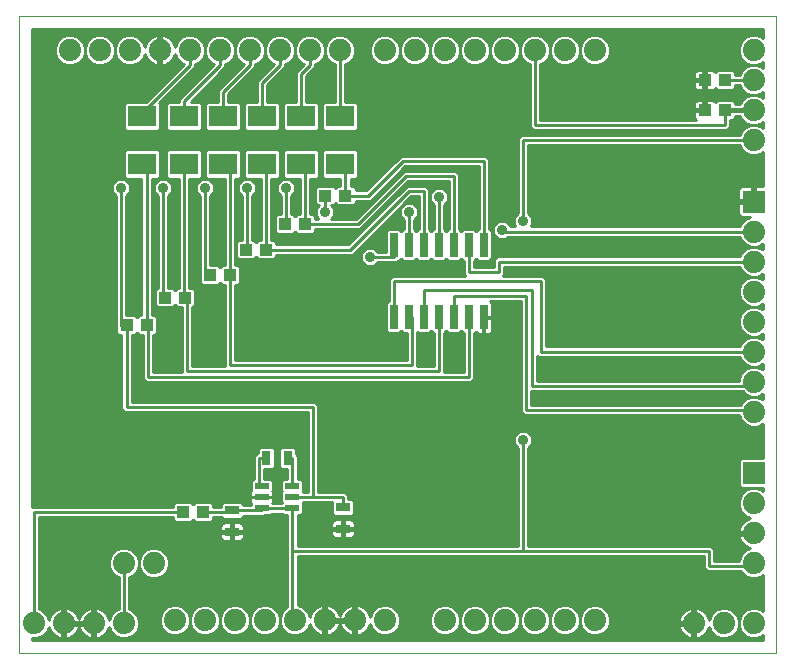
<source format=gtl>
G75*
%MOIN*%
%OFA0B0*%
%FSLAX24Y24*%
%IPPOS*%
%LPD*%
%AMOC8*
5,1,8,0,0,1.08239X$1,22.5*
%
%ADD10C,0.0000*%
%ADD11R,0.0260X0.0800*%
%ADD12R,0.0945X0.0709*%
%ADD13R,0.0433X0.0394*%
%ADD14C,0.0740*%
%ADD15R,0.0472X0.0217*%
%ADD16R,0.0315X0.0472*%
%ADD17R,0.0472X0.0315*%
%ADD18R,0.0740X0.0740*%
%ADD19C,0.0100*%
%ADD20C,0.0357*%
%ADD21C,0.0160*%
D10*
X008552Y001250D02*
X008552Y022500D01*
X033802Y022500D01*
X033802Y001250D01*
X008552Y001250D01*
D11*
X021052Y012440D03*
X021552Y012440D03*
X022052Y012440D03*
X022552Y012440D03*
X023052Y012440D03*
X023552Y012440D03*
X024052Y012440D03*
X024052Y014860D03*
X023552Y014860D03*
X023052Y014860D03*
X022552Y014860D03*
X022052Y014860D03*
X021552Y014860D03*
X021052Y014860D03*
D12*
X019252Y017553D03*
X017952Y017553D03*
X016652Y017553D03*
X015352Y017553D03*
X014052Y017553D03*
X012652Y017553D03*
X012652Y019147D03*
X014052Y019147D03*
X015352Y019147D03*
X016652Y019147D03*
X017952Y019147D03*
X019252Y019147D03*
D13*
X019437Y016500D03*
X018768Y016500D03*
X018087Y015550D03*
X017418Y015550D03*
X016787Y014700D03*
X016118Y014700D03*
X015587Y013850D03*
X014918Y013850D03*
X014087Y013100D03*
X013418Y013100D03*
X012812Y012175D03*
X012143Y012175D03*
X014018Y005950D03*
X014687Y005950D03*
X031418Y019350D03*
X032087Y019350D03*
X032087Y020350D03*
X031418Y020350D03*
D14*
X033052Y020350D03*
X033052Y019350D03*
X033052Y018350D03*
X033052Y021350D03*
X027752Y021350D03*
X026752Y021350D03*
X025752Y021350D03*
X024752Y021350D03*
X023752Y021350D03*
X022752Y021350D03*
X021752Y021350D03*
X020752Y021350D03*
X019252Y021350D03*
X018252Y021350D03*
X017252Y021350D03*
X016252Y021350D03*
X015252Y021350D03*
X014252Y021350D03*
X013252Y021350D03*
X012252Y021350D03*
X011252Y021350D03*
X010252Y021350D03*
X033052Y015300D03*
X033052Y014300D03*
X033052Y013300D03*
X033052Y012300D03*
X033052Y011300D03*
X033052Y010300D03*
X033052Y009300D03*
X033052Y006250D03*
X033052Y005250D03*
X033052Y004250D03*
X033052Y002250D03*
X032052Y002250D03*
X031052Y002250D03*
X027752Y002350D03*
X026752Y002350D03*
X025752Y002350D03*
X024752Y002350D03*
X023752Y002350D03*
X022752Y002350D03*
X020752Y002350D03*
X019752Y002350D03*
X018752Y002350D03*
X017752Y002350D03*
X016752Y002350D03*
X015752Y002350D03*
X014752Y002350D03*
X013752Y002350D03*
X012052Y002250D03*
X011052Y002250D03*
X010052Y002250D03*
X009052Y002250D03*
X012052Y004250D03*
X013052Y004250D03*
D15*
X016641Y006076D03*
X016641Y006450D03*
X016641Y006824D03*
X017664Y006824D03*
X017664Y006450D03*
X017664Y006076D03*
D16*
X017507Y007750D03*
X016798Y007750D03*
D17*
X015652Y006004D03*
X015652Y005296D03*
X019352Y005396D03*
X019352Y006104D03*
D18*
X033052Y007250D03*
X033052Y016300D03*
D19*
X033002Y016328D02*
X025532Y016328D01*
X025532Y016230D02*
X032532Y016230D01*
X032532Y016250D02*
X032532Y015910D01*
X032543Y015872D01*
X032562Y015838D01*
X032590Y015810D01*
X032624Y015790D01*
X032663Y015780D01*
X032905Y015780D01*
X032769Y015724D01*
X032628Y015583D01*
X032586Y015480D01*
X025616Y015480D01*
X025661Y015589D01*
X025661Y015711D01*
X025614Y015825D01*
X025532Y015906D01*
X025532Y018170D01*
X032586Y018170D01*
X032628Y018067D01*
X032769Y017926D01*
X032953Y017850D01*
X033152Y017850D01*
X033336Y017926D01*
X033352Y017943D01*
X033352Y016820D01*
X033102Y016820D01*
X033102Y016350D01*
X033002Y016350D01*
X033002Y016250D01*
X032532Y016250D01*
X032532Y016350D02*
X033002Y016350D01*
X033002Y016820D01*
X032663Y016820D01*
X032624Y016810D01*
X032590Y016790D01*
X032562Y016762D01*
X032543Y016728D01*
X032532Y016690D01*
X032532Y016350D01*
X032532Y016427D02*
X025532Y016427D01*
X025532Y016525D02*
X032532Y016525D01*
X032532Y016624D02*
X025532Y016624D01*
X025532Y016722D02*
X032541Y016722D01*
X033002Y016722D02*
X033102Y016722D01*
X033102Y016624D02*
X033002Y016624D01*
X033002Y016525D02*
X033102Y016525D01*
X033102Y016427D02*
X033002Y016427D01*
X032532Y016131D02*
X025532Y016131D01*
X025532Y016033D02*
X032532Y016033D01*
X032532Y015934D02*
X025532Y015934D01*
X025603Y015836D02*
X032565Y015836D01*
X032684Y015639D02*
X025661Y015639D01*
X025650Y015737D02*
X032801Y015737D01*
X032611Y015540D02*
X025641Y015540D01*
X025352Y015650D02*
X025352Y018350D01*
X033052Y018350D01*
X032687Y018692D02*
X032184Y018692D01*
X032162Y018670D02*
X032267Y018775D01*
X032267Y019023D01*
X032357Y019023D01*
X032434Y019099D01*
X032434Y019140D01*
X032598Y019140D01*
X032628Y019067D01*
X032769Y018926D01*
X032953Y018850D01*
X032769Y018774D01*
X032628Y018633D01*
X032586Y018530D01*
X025278Y018530D01*
X025172Y018425D01*
X025172Y015906D01*
X025091Y015825D01*
X025044Y015711D01*
X025044Y015589D01*
X025089Y015480D01*
X024932Y015480D01*
X024914Y015525D01*
X024827Y015611D01*
X024714Y015658D01*
X024591Y015658D01*
X024478Y015611D01*
X024391Y015525D01*
X024344Y015411D01*
X024344Y015289D01*
X024391Y015175D01*
X024478Y015089D01*
X024591Y015042D01*
X024714Y015042D01*
X024827Y015089D01*
X024859Y015120D01*
X032586Y015120D01*
X032628Y015017D01*
X032769Y014876D01*
X032953Y014800D01*
X032769Y014724D01*
X032628Y014583D01*
X032586Y014480D01*
X024478Y014480D01*
X024372Y014375D01*
X024372Y014130D01*
X023732Y014130D01*
X023732Y014330D01*
X023736Y014330D01*
X023802Y014396D01*
X023869Y014330D01*
X024236Y014330D01*
X024312Y014406D01*
X024312Y015314D01*
X024236Y015390D01*
X024232Y015390D01*
X024232Y017725D01*
X024127Y017830D01*
X021278Y017830D01*
X021172Y017725D01*
X020128Y016680D01*
X019784Y016680D01*
X019784Y016751D01*
X019707Y016827D01*
X019617Y016827D01*
X019617Y017068D01*
X019779Y017068D01*
X019855Y017145D01*
X019855Y017961D01*
X019779Y018037D01*
X018726Y018037D01*
X018650Y017961D01*
X018650Y017145D01*
X018726Y017068D01*
X019257Y017068D01*
X019257Y016827D01*
X019167Y016827D01*
X019102Y016763D01*
X019038Y016827D01*
X018497Y016827D01*
X018421Y016751D01*
X018421Y016249D01*
X018497Y016173D01*
X018539Y016173D01*
X018491Y016125D01*
X018444Y016011D01*
X018444Y015889D01*
X018491Y015775D01*
X018536Y015730D01*
X018434Y015730D01*
X018434Y015801D01*
X018357Y015877D01*
X018267Y015877D01*
X018267Y017068D01*
X018479Y017068D01*
X018555Y017145D01*
X018555Y017961D01*
X018479Y018037D01*
X017426Y018037D01*
X017350Y017961D01*
X017350Y017145D01*
X017426Y017068D01*
X017907Y017068D01*
X017907Y015877D01*
X017817Y015877D01*
X017752Y015813D01*
X017688Y015877D01*
X017632Y015877D01*
X017632Y016494D01*
X017714Y016575D01*
X017761Y016689D01*
X017761Y016811D01*
X017714Y016925D01*
X017627Y017011D01*
X017514Y017058D01*
X017391Y017058D01*
X017278Y017011D01*
X017191Y016925D01*
X017144Y016811D01*
X017144Y016689D01*
X017191Y016575D01*
X017272Y016494D01*
X017272Y015877D01*
X017147Y015877D01*
X017071Y015801D01*
X017071Y015299D01*
X017147Y015223D01*
X017688Y015223D01*
X017752Y015287D01*
X017817Y015223D01*
X018357Y015223D01*
X018434Y015299D01*
X018434Y015370D01*
X019927Y015370D01*
X021527Y016970D01*
X022872Y016970D01*
X022872Y015390D01*
X022869Y015390D01*
X022802Y015324D01*
X022736Y015390D01*
X022732Y015390D01*
X022732Y016194D01*
X022814Y016275D01*
X022861Y016389D01*
X022861Y016511D01*
X022814Y016625D01*
X022727Y016711D01*
X022614Y016758D01*
X022491Y016758D01*
X022378Y016711D01*
X022291Y016625D01*
X022244Y016511D01*
X022244Y016389D01*
X022291Y016275D01*
X022372Y016194D01*
X022372Y015390D01*
X022369Y015390D01*
X022302Y015324D01*
X022236Y015390D01*
X022232Y015390D01*
X022232Y016725D01*
X022127Y016830D01*
X021478Y016830D01*
X021372Y016725D01*
X019528Y014880D01*
X017134Y014880D01*
X017134Y014951D01*
X017057Y015027D01*
X016967Y015027D01*
X016967Y017068D01*
X017179Y017068D01*
X017255Y017145D01*
X017255Y017961D01*
X017179Y018037D01*
X016126Y018037D01*
X016050Y017961D01*
X016050Y017145D01*
X016126Y017068D01*
X016607Y017068D01*
X016607Y015027D01*
X016517Y015027D01*
X016452Y014963D01*
X016388Y015027D01*
X016332Y015027D01*
X016332Y016494D01*
X016414Y016575D01*
X016461Y016689D01*
X016461Y016811D01*
X016414Y016925D01*
X016327Y017011D01*
X016214Y017058D01*
X016091Y017058D01*
X015978Y017011D01*
X015891Y016925D01*
X015844Y016811D01*
X015844Y016689D01*
X015891Y016575D01*
X015972Y016494D01*
X015972Y015027D01*
X015847Y015027D01*
X015771Y014951D01*
X015771Y014449D01*
X015847Y014373D01*
X016388Y014373D01*
X016452Y014437D01*
X016517Y014373D01*
X017057Y014373D01*
X017134Y014449D01*
X017134Y014520D01*
X019677Y014520D01*
X021627Y016470D01*
X021872Y016470D01*
X021872Y015390D01*
X021869Y015390D01*
X021802Y015324D01*
X021736Y015390D01*
X021732Y015390D01*
X021732Y015694D01*
X021814Y015775D01*
X021861Y015889D01*
X021861Y016011D01*
X021814Y016125D01*
X021727Y016211D01*
X021614Y016258D01*
X021491Y016258D01*
X021378Y016211D01*
X021291Y016125D01*
X021244Y016011D01*
X021244Y015889D01*
X021291Y015775D01*
X021372Y015694D01*
X021372Y015390D01*
X021369Y015390D01*
X021302Y015324D01*
X021236Y015390D01*
X020869Y015390D01*
X020792Y015314D01*
X020792Y014630D01*
X020509Y014630D01*
X020427Y014711D01*
X020314Y014758D01*
X020191Y014758D01*
X020078Y014711D01*
X019991Y014625D01*
X019944Y014511D01*
X019944Y014389D01*
X019991Y014275D01*
X020078Y014189D01*
X020191Y014142D01*
X020314Y014142D01*
X020427Y014189D01*
X020509Y014270D01*
X021127Y014270D01*
X021187Y014330D01*
X021236Y014330D01*
X021302Y014396D01*
X021369Y014330D01*
X021736Y014330D01*
X021802Y014396D01*
X021869Y014330D01*
X022236Y014330D01*
X022302Y014396D01*
X022369Y014330D01*
X022736Y014330D01*
X022802Y014396D01*
X022869Y014330D01*
X023236Y014330D01*
X023302Y014396D01*
X023369Y014330D01*
X023372Y014330D01*
X023372Y013875D01*
X023418Y013830D01*
X020978Y013830D01*
X020872Y013725D01*
X020872Y012970D01*
X020869Y012970D01*
X020792Y012894D01*
X020792Y011986D01*
X020869Y011910D01*
X021236Y011910D01*
X021302Y011976D01*
X021369Y011910D01*
X021472Y011910D01*
X021472Y011030D01*
X015767Y011030D01*
X015767Y013523D01*
X015857Y013523D01*
X015934Y013599D01*
X015934Y014101D01*
X015857Y014177D01*
X015767Y014177D01*
X015767Y017068D01*
X015879Y017068D01*
X015955Y017145D01*
X015955Y017961D01*
X015879Y018037D01*
X014826Y018037D01*
X014750Y017961D01*
X014750Y017145D01*
X014826Y017068D01*
X015407Y017068D01*
X015407Y014177D01*
X015317Y014177D01*
X015252Y014113D01*
X015188Y014177D01*
X014932Y014177D01*
X014932Y016494D01*
X015014Y016575D01*
X015061Y016689D01*
X015061Y016811D01*
X015014Y016925D01*
X014927Y017011D01*
X014814Y017058D01*
X014691Y017058D01*
X014578Y017011D01*
X014491Y016925D01*
X014444Y016811D01*
X014444Y016689D01*
X014491Y016575D01*
X014572Y016494D01*
X014572Y014102D01*
X014571Y014101D01*
X014571Y013599D01*
X014647Y013523D01*
X015188Y013523D01*
X015252Y013587D01*
X015317Y013523D01*
X015407Y013523D01*
X015407Y010830D01*
X014332Y010830D01*
X014332Y012773D01*
X014357Y012773D01*
X014434Y012849D01*
X014434Y013351D01*
X014357Y013427D01*
X014232Y013427D01*
X014232Y017068D01*
X014579Y017068D01*
X014655Y017145D01*
X014655Y017961D01*
X014579Y018037D01*
X013526Y018037D01*
X013450Y017961D01*
X013450Y017145D01*
X013526Y017068D01*
X013872Y017068D01*
X013872Y013427D01*
X013817Y013427D01*
X013752Y013363D01*
X013688Y013427D01*
X013532Y013427D01*
X013532Y016494D01*
X013614Y016575D01*
X013661Y016689D01*
X013661Y016811D01*
X013614Y016925D01*
X013527Y017011D01*
X013414Y017058D01*
X013291Y017058D01*
X013178Y017011D01*
X013091Y016925D01*
X013044Y016811D01*
X013044Y016689D01*
X013091Y016575D01*
X013172Y016494D01*
X013172Y013427D01*
X013147Y013427D01*
X013071Y013351D01*
X013071Y012849D01*
X013147Y012773D01*
X013688Y012773D01*
X013752Y012837D01*
X013817Y012773D01*
X013972Y012773D01*
X013972Y010630D01*
X013032Y010630D01*
X013032Y011848D01*
X013082Y011848D01*
X013159Y011924D01*
X013159Y012426D01*
X013082Y012502D01*
X012992Y012502D01*
X012992Y017068D01*
X013179Y017068D01*
X013255Y017145D01*
X013255Y017961D01*
X013179Y018037D01*
X012126Y018037D01*
X012050Y017961D01*
X012050Y017145D01*
X012126Y017068D01*
X012632Y017068D01*
X012632Y012502D01*
X012542Y012502D01*
X012477Y012438D01*
X012413Y012502D01*
X012132Y012502D01*
X012132Y016494D01*
X012214Y016575D01*
X012261Y016689D01*
X012261Y016811D01*
X012214Y016925D01*
X012127Y017011D01*
X012014Y017058D01*
X011891Y017058D01*
X011778Y017011D01*
X011691Y016925D01*
X011644Y016811D01*
X011644Y016689D01*
X011691Y016575D01*
X011772Y016494D01*
X011772Y012075D01*
X011796Y012052D01*
X011796Y011924D01*
X011872Y011848D01*
X011963Y011848D01*
X011963Y009375D01*
X012068Y009270D01*
X018172Y009270D01*
X018172Y006630D01*
X018013Y006630D01*
X018006Y006637D01*
X018030Y006662D01*
X018030Y006986D01*
X017954Y007062D01*
X017844Y007062D01*
X017844Y007825D01*
X017794Y007875D01*
X017794Y008040D01*
X017718Y008116D01*
X017295Y008116D01*
X017219Y008040D01*
X017219Y007460D01*
X017295Y007384D01*
X017484Y007384D01*
X017484Y007062D01*
X017374Y007062D01*
X017298Y006986D01*
X017298Y006662D01*
X017323Y006637D01*
X017298Y006612D01*
X017298Y006288D01*
X017323Y006263D01*
X017316Y006256D01*
X017000Y006256D01*
X017017Y006284D01*
X017027Y006322D01*
X017027Y006446D01*
X016645Y006446D01*
X016645Y006454D01*
X017027Y006454D01*
X017027Y006578D01*
X017017Y006616D01*
X016997Y006650D01*
X016996Y006651D01*
X017007Y006662D01*
X017007Y006986D01*
X016931Y007062D01*
X016732Y007062D01*
X016732Y007384D01*
X017009Y007384D01*
X017086Y007460D01*
X017086Y008040D01*
X017009Y008116D01*
X016587Y008116D01*
X016511Y008040D01*
X016511Y007930D01*
X016478Y007930D01*
X016372Y007825D01*
X016372Y007062D01*
X016350Y007062D01*
X016274Y006986D01*
X016274Y006662D01*
X016285Y006651D01*
X016284Y006650D01*
X016265Y006616D01*
X016254Y006578D01*
X016254Y006454D01*
X016636Y006454D01*
X016636Y006446D01*
X016254Y006446D01*
X016254Y006322D01*
X016265Y006284D01*
X016284Y006250D01*
X016285Y006249D01*
X016274Y006238D01*
X016274Y006184D01*
X016019Y006184D01*
X016019Y006216D01*
X015942Y006292D01*
X015362Y006292D01*
X015286Y006216D01*
X015286Y006130D01*
X015034Y006130D01*
X015034Y006201D01*
X014957Y006277D01*
X014417Y006277D01*
X014352Y006213D01*
X014288Y006277D01*
X013747Y006277D01*
X013671Y006201D01*
X013671Y006130D01*
X009002Y006130D01*
X009002Y022050D01*
X033352Y022050D01*
X033352Y021757D01*
X033336Y021774D01*
X033152Y021850D01*
X032953Y021850D01*
X032769Y021774D01*
X032628Y021633D01*
X032552Y021449D01*
X032552Y021251D01*
X032628Y021067D01*
X032769Y020926D01*
X032953Y020850D01*
X032769Y020774D01*
X032628Y020633D01*
X032586Y020530D01*
X032434Y020530D01*
X032434Y020601D01*
X032357Y020677D01*
X031817Y020677D01*
X031763Y020623D01*
X031754Y020639D01*
X031726Y020667D01*
X031692Y020687D01*
X031654Y020697D01*
X031466Y020697D01*
X031466Y020398D01*
X031369Y020398D01*
X031369Y020302D01*
X031051Y020302D01*
X031051Y020133D01*
X031061Y020095D01*
X031081Y020061D01*
X031109Y020033D01*
X031143Y020013D01*
X031181Y020003D01*
X031369Y020003D01*
X031369Y020302D01*
X031466Y020302D01*
X031466Y020003D01*
X031654Y020003D01*
X031692Y020013D01*
X031726Y020033D01*
X031754Y020061D01*
X031763Y020077D01*
X031817Y020023D01*
X032357Y020023D01*
X032434Y020099D01*
X032434Y020170D01*
X032586Y020170D01*
X032628Y020067D01*
X032769Y019926D01*
X032953Y019850D01*
X032769Y019774D01*
X032628Y019633D01*
X032598Y019560D01*
X032434Y019560D01*
X032434Y019601D01*
X032357Y019677D01*
X031817Y019677D01*
X031763Y019623D01*
X031754Y019639D01*
X031726Y019667D01*
X031692Y019687D01*
X031654Y019697D01*
X031466Y019697D01*
X031466Y019398D01*
X031369Y019398D01*
X031369Y019302D01*
X031051Y019302D01*
X031051Y019133D01*
X031061Y019095D01*
X031081Y019061D01*
X031109Y019033D01*
X031114Y019030D01*
X025932Y019030D01*
X025932Y020883D01*
X026036Y020926D01*
X026176Y021067D01*
X026252Y021251D01*
X026252Y021449D01*
X026176Y021633D01*
X026036Y021774D01*
X025852Y021850D01*
X025653Y021850D01*
X025469Y021774D01*
X025328Y021633D01*
X025252Y021449D01*
X025176Y021633D01*
X025036Y021774D01*
X024852Y021850D01*
X024653Y021850D01*
X024469Y021774D01*
X024328Y021633D01*
X024252Y021449D01*
X024176Y021633D01*
X024036Y021774D01*
X023852Y021850D01*
X023653Y021850D01*
X023469Y021774D01*
X023328Y021633D01*
X023252Y021449D01*
X023176Y021633D01*
X023036Y021774D01*
X022852Y021850D01*
X022653Y021850D01*
X022469Y021774D01*
X022328Y021633D01*
X022252Y021449D01*
X022176Y021633D01*
X022036Y021774D01*
X021852Y021850D01*
X021653Y021850D01*
X021469Y021774D01*
X021328Y021633D01*
X021252Y021449D01*
X021176Y021633D01*
X021036Y021774D01*
X020852Y021850D01*
X020653Y021850D01*
X020469Y021774D01*
X020328Y021633D01*
X020252Y021449D01*
X020252Y021251D01*
X020328Y021067D01*
X020469Y020926D01*
X020653Y020850D01*
X020852Y020850D01*
X021036Y020926D01*
X021176Y021067D01*
X021252Y021251D01*
X021252Y021449D01*
X021252Y021251D01*
X021328Y021067D01*
X021469Y020926D01*
X021653Y020850D01*
X021852Y020850D01*
X022036Y020926D01*
X022176Y021067D01*
X022252Y021251D01*
X022252Y021449D01*
X022252Y021251D01*
X022328Y021067D01*
X022469Y020926D01*
X022653Y020850D01*
X022852Y020850D01*
X023036Y020926D01*
X023176Y021067D01*
X023252Y021251D01*
X023252Y021449D01*
X023252Y021251D01*
X023328Y021067D01*
X023469Y020926D01*
X023653Y020850D01*
X023852Y020850D01*
X024036Y020926D01*
X024176Y021067D01*
X024252Y021251D01*
X024252Y021449D01*
X024252Y021251D01*
X024328Y021067D01*
X024469Y020926D01*
X024653Y020850D01*
X024852Y020850D01*
X025036Y020926D01*
X025176Y021067D01*
X025252Y021251D01*
X025252Y021449D01*
X025252Y021251D01*
X025328Y021067D01*
X025469Y020926D01*
X025572Y020883D01*
X025572Y018775D01*
X025678Y018670D01*
X032162Y018670D01*
X032267Y018791D02*
X032809Y018791D01*
X032859Y018889D02*
X032267Y018889D01*
X032267Y018988D02*
X032708Y018988D01*
X032620Y019086D02*
X032420Y019086D01*
X032087Y018850D02*
X032087Y019350D01*
X032434Y019579D02*
X032606Y019579D01*
X032672Y019677D02*
X031709Y019677D01*
X031466Y019677D02*
X031369Y019677D01*
X031369Y019697D02*
X031181Y019697D01*
X031143Y019687D01*
X031109Y019667D01*
X031081Y019639D01*
X031061Y019605D01*
X031051Y019567D01*
X031051Y019398D01*
X031369Y019398D01*
X031369Y019697D01*
X031369Y019579D02*
X031466Y019579D01*
X031466Y019480D02*
X031369Y019480D01*
X031369Y019382D02*
X025932Y019382D01*
X025932Y019480D02*
X031051Y019480D01*
X031054Y019579D02*
X025932Y019579D01*
X025932Y019677D02*
X031127Y019677D01*
X031075Y020071D02*
X025932Y020071D01*
X025932Y019973D02*
X032723Y019973D01*
X032627Y020071D02*
X032405Y020071D01*
X032434Y020170D02*
X032586Y020170D01*
X032600Y020564D02*
X032434Y020564D01*
X032372Y020662D02*
X032657Y020662D01*
X032756Y020761D02*
X025932Y020761D01*
X025932Y020859D02*
X026631Y020859D01*
X026653Y020850D02*
X026852Y020850D01*
X027036Y020926D01*
X027176Y021067D01*
X027252Y021251D01*
X027252Y021449D01*
X027176Y021633D01*
X027036Y021774D01*
X026852Y021850D01*
X026653Y021850D01*
X026469Y021774D01*
X026328Y021633D01*
X026252Y021449D01*
X026252Y021251D01*
X026328Y021067D01*
X026469Y020926D01*
X026653Y020850D01*
X026874Y020859D02*
X027631Y020859D01*
X027653Y020850D02*
X027469Y020926D01*
X027328Y021067D01*
X027252Y021251D01*
X027252Y021449D01*
X027328Y021633D01*
X027469Y021774D01*
X027653Y021850D01*
X027852Y021850D01*
X028036Y021774D01*
X028176Y021633D01*
X028252Y021449D01*
X028252Y021251D01*
X028176Y021067D01*
X028036Y020926D01*
X027852Y020850D01*
X027653Y020850D01*
X027874Y020859D02*
X032931Y020859D01*
X032953Y020850D02*
X033152Y020850D01*
X033336Y020774D01*
X033352Y020757D01*
X033352Y020943D01*
X033336Y020926D01*
X033152Y020850D01*
X032953Y020850D01*
X033174Y020859D02*
X033352Y020859D01*
X033349Y020761D02*
X033352Y020761D01*
X032738Y020958D02*
X028067Y020958D01*
X028166Y021056D02*
X032639Y021056D01*
X032592Y021155D02*
X028213Y021155D01*
X028252Y021253D02*
X032552Y021253D01*
X032552Y021352D02*
X028252Y021352D01*
X028252Y021450D02*
X032553Y021450D01*
X032593Y021549D02*
X028211Y021549D01*
X028162Y021647D02*
X032642Y021647D01*
X032741Y021746D02*
X028064Y021746D01*
X027866Y021844D02*
X032939Y021844D01*
X033166Y021844D02*
X033352Y021844D01*
X033352Y021943D02*
X009002Y021943D01*
X009002Y022041D02*
X033352Y022041D01*
X031802Y020662D02*
X031731Y020662D01*
X031466Y020662D02*
X031369Y020662D01*
X031369Y020697D02*
X031181Y020697D01*
X031143Y020687D01*
X031109Y020667D01*
X031081Y020639D01*
X031061Y020605D01*
X031051Y020567D01*
X031051Y020398D01*
X031369Y020398D01*
X031369Y020697D01*
X031369Y020564D02*
X031466Y020564D01*
X031466Y020465D02*
X031369Y020465D01*
X031369Y020367D02*
X025932Y020367D01*
X025932Y020465D02*
X031051Y020465D01*
X031051Y020564D02*
X025932Y020564D01*
X025932Y020662D02*
X031104Y020662D01*
X031051Y020268D02*
X025932Y020268D01*
X025932Y020170D02*
X031051Y020170D01*
X031369Y020170D02*
X031466Y020170D01*
X031466Y020268D02*
X031369Y020268D01*
X031369Y020071D02*
X031466Y020071D01*
X031760Y020071D02*
X031769Y020071D01*
X032087Y020350D02*
X033052Y020350D01*
X032895Y019874D02*
X025932Y019874D01*
X025932Y019776D02*
X032773Y019776D01*
X032953Y019850D02*
X033152Y019850D01*
X033336Y019774D01*
X033352Y019757D01*
X033352Y019943D01*
X033336Y019926D01*
X033152Y019850D01*
X032953Y019850D01*
X033210Y019874D02*
X033352Y019874D01*
X033352Y019776D02*
X033332Y019776D01*
X033352Y018943D02*
X033352Y018757D01*
X033336Y018774D01*
X033152Y018850D01*
X032953Y018850D01*
X033152Y018850D01*
X033336Y018926D01*
X033352Y018943D01*
X033352Y018889D02*
X033246Y018889D01*
X033295Y018791D02*
X033352Y018791D01*
X032612Y018594D02*
X009002Y018594D01*
X009002Y018692D02*
X012097Y018692D01*
X012126Y018663D02*
X012050Y018739D01*
X012050Y019555D01*
X012126Y019632D01*
X012779Y019632D01*
X014043Y020895D01*
X013969Y020926D01*
X013828Y021067D01*
X013760Y021232D01*
X013760Y021228D01*
X013734Y021150D01*
X013697Y021077D01*
X013649Y021011D01*
X013591Y020953D01*
X013525Y020905D01*
X013452Y020868D01*
X013374Y020843D01*
X013302Y020831D01*
X013302Y021300D01*
X013202Y021300D01*
X013202Y020831D01*
X013131Y020843D01*
X013053Y020868D01*
X012980Y020905D01*
X012914Y020953D01*
X012856Y021011D01*
X012808Y021077D01*
X012770Y021150D01*
X012745Y021228D01*
X012745Y021232D01*
X012676Y021067D01*
X012536Y020926D01*
X012352Y020850D01*
X012153Y020850D01*
X011969Y020926D01*
X011828Y021067D01*
X011752Y021251D01*
X011676Y021067D01*
X011536Y020926D01*
X011352Y020850D01*
X011153Y020850D01*
X010969Y020926D01*
X010828Y021067D01*
X010752Y021251D01*
X010676Y021067D01*
X010536Y020926D01*
X010352Y020850D01*
X010153Y020850D01*
X009969Y020926D01*
X009828Y021067D01*
X009752Y021251D01*
X009752Y021449D01*
X009828Y021633D01*
X009969Y021774D01*
X010153Y021850D01*
X010352Y021850D01*
X010536Y021774D01*
X010676Y021633D01*
X010752Y021449D01*
X010752Y021251D01*
X010752Y021449D01*
X010828Y021633D01*
X010969Y021774D01*
X011153Y021850D01*
X011352Y021850D01*
X011536Y021774D01*
X011676Y021633D01*
X011752Y021449D01*
X011752Y021251D01*
X011752Y021449D01*
X011828Y021633D01*
X011969Y021774D01*
X012153Y021850D01*
X012352Y021850D01*
X012536Y021774D01*
X012676Y021633D01*
X012745Y021468D01*
X012745Y021472D01*
X012770Y021550D01*
X012808Y021623D01*
X012856Y021689D01*
X012914Y021747D01*
X012980Y021795D01*
X013053Y021832D01*
X013131Y021857D01*
X013202Y021869D01*
X013202Y021400D01*
X013302Y021400D01*
X013302Y021869D01*
X013374Y021857D01*
X013452Y021832D01*
X013525Y021795D01*
X013591Y021747D01*
X013649Y021689D01*
X013697Y021623D01*
X013734Y021550D01*
X013760Y021472D01*
X013760Y021468D01*
X013828Y021633D01*
X013969Y021774D01*
X014153Y021850D01*
X014352Y021850D01*
X014536Y021774D01*
X014676Y021633D01*
X014752Y021449D01*
X014752Y021251D01*
X014676Y021067D01*
X014536Y020926D01*
X014432Y020883D01*
X014432Y020775D01*
X014327Y020670D01*
X013234Y019577D01*
X013255Y019555D01*
X013255Y018739D01*
X013179Y018663D01*
X012126Y018663D01*
X012050Y018791D02*
X009002Y018791D01*
X009002Y018889D02*
X012050Y018889D01*
X012050Y018988D02*
X009002Y018988D01*
X009002Y019086D02*
X012050Y019086D01*
X012050Y019185D02*
X009002Y019185D01*
X009002Y019283D02*
X012050Y019283D01*
X012050Y019382D02*
X009002Y019382D01*
X009002Y019480D02*
X012050Y019480D01*
X012073Y019579D02*
X009002Y019579D01*
X009002Y019677D02*
X012825Y019677D01*
X012923Y019776D02*
X009002Y019776D01*
X009002Y019874D02*
X013022Y019874D01*
X013120Y019973D02*
X009002Y019973D01*
X009002Y020071D02*
X013219Y020071D01*
X013317Y020170D02*
X009002Y020170D01*
X009002Y020268D02*
X013416Y020268D01*
X013514Y020367D02*
X009002Y020367D01*
X009002Y020465D02*
X013613Y020465D01*
X013711Y020564D02*
X009002Y020564D01*
X009002Y020662D02*
X013810Y020662D01*
X013908Y020761D02*
X009002Y020761D01*
X009002Y020859D02*
X010131Y020859D01*
X009938Y020958D02*
X009002Y020958D01*
X009002Y021056D02*
X009839Y021056D01*
X009792Y021155D02*
X009002Y021155D01*
X009002Y021253D02*
X009752Y021253D01*
X009752Y021352D02*
X009002Y021352D01*
X009002Y021450D02*
X009753Y021450D01*
X009793Y021549D02*
X009002Y021549D01*
X009002Y021647D02*
X009842Y021647D01*
X009941Y021746D02*
X009002Y021746D01*
X009002Y021844D02*
X010139Y021844D01*
X010366Y021844D02*
X011139Y021844D01*
X010941Y021746D02*
X010564Y021746D01*
X010662Y021647D02*
X010842Y021647D01*
X010793Y021549D02*
X010711Y021549D01*
X010752Y021450D02*
X010753Y021450D01*
X010752Y021352D02*
X010752Y021352D01*
X010752Y021253D02*
X010752Y021253D01*
X010713Y021155D02*
X010792Y021155D01*
X010839Y021056D02*
X010666Y021056D01*
X010567Y020958D02*
X010938Y020958D01*
X011131Y020859D02*
X010374Y020859D01*
X011374Y020859D02*
X012131Y020859D01*
X011938Y020958D02*
X011567Y020958D01*
X011666Y021056D02*
X011839Y021056D01*
X011792Y021155D02*
X011713Y021155D01*
X011752Y021253D02*
X011752Y021253D01*
X011752Y021352D02*
X011752Y021352D01*
X011752Y021450D02*
X011753Y021450D01*
X011793Y021549D02*
X011711Y021549D01*
X011662Y021647D02*
X011842Y021647D01*
X011941Y021746D02*
X011564Y021746D01*
X011366Y021844D02*
X012139Y021844D01*
X012366Y021844D02*
X013090Y021844D01*
X013202Y021844D02*
X013302Y021844D01*
X013302Y021746D02*
X013202Y021746D01*
X013202Y021647D02*
X013302Y021647D01*
X013302Y021549D02*
X013202Y021549D01*
X013202Y021450D02*
X013302Y021450D01*
X013302Y021253D02*
X013202Y021253D01*
X013202Y021155D02*
X013302Y021155D01*
X013302Y021056D02*
X013202Y021056D01*
X013202Y020958D02*
X013302Y020958D01*
X013302Y020859D02*
X013202Y020859D01*
X013081Y020859D02*
X012374Y020859D01*
X012567Y020958D02*
X012909Y020958D01*
X012823Y021056D02*
X012666Y021056D01*
X012713Y021155D02*
X012769Y021155D01*
X012770Y021549D02*
X012711Y021549D01*
X012662Y021647D02*
X012825Y021647D01*
X012913Y021746D02*
X012564Y021746D01*
X013415Y021844D02*
X014139Y021844D01*
X013941Y021746D02*
X013592Y021746D01*
X013679Y021647D02*
X013842Y021647D01*
X013793Y021549D02*
X013735Y021549D01*
X013736Y021155D02*
X013792Y021155D01*
X013839Y021056D02*
X013682Y021056D01*
X013595Y020958D02*
X013938Y020958D01*
X014007Y020859D02*
X013424Y020859D01*
X013925Y020268D02*
X014416Y020268D01*
X014514Y020367D02*
X014023Y020367D01*
X014122Y020465D02*
X014613Y020465D01*
X014711Y020564D02*
X014220Y020564D01*
X014319Y020662D02*
X014810Y020662D01*
X014908Y020761D02*
X014417Y020761D01*
X014432Y020859D02*
X015007Y020859D01*
X015043Y020895D02*
X014969Y020926D01*
X014828Y021067D01*
X014752Y021251D01*
X014752Y021449D01*
X014828Y021633D01*
X014969Y021774D01*
X015153Y021850D01*
X015352Y021850D01*
X015536Y021774D01*
X015676Y021633D01*
X015752Y021449D01*
X015752Y021251D01*
X015676Y021067D01*
X015536Y020926D01*
X015432Y020883D01*
X015432Y020775D01*
X015327Y020670D01*
X014288Y019632D01*
X014579Y019632D01*
X014655Y019555D01*
X014655Y018739D01*
X014579Y018663D01*
X013526Y018663D01*
X013450Y018739D01*
X013450Y019555D01*
X013526Y019632D01*
X013872Y019632D01*
X013872Y019725D01*
X015043Y020895D01*
X014938Y020958D02*
X014567Y020958D01*
X014666Y021056D02*
X014839Y021056D01*
X014792Y021155D02*
X014713Y021155D01*
X014752Y021253D02*
X014752Y021253D01*
X014752Y021352D02*
X014752Y021352D01*
X014752Y021450D02*
X014753Y021450D01*
X014793Y021549D02*
X014711Y021549D01*
X014662Y021647D02*
X014842Y021647D01*
X014941Y021746D02*
X014564Y021746D01*
X014366Y021844D02*
X015139Y021844D01*
X015366Y021844D02*
X016139Y021844D01*
X016153Y021850D02*
X015969Y021774D01*
X015828Y021633D01*
X015752Y021449D01*
X015752Y021251D01*
X015828Y021067D01*
X015969Y020926D01*
X016043Y020895D01*
X015172Y020025D01*
X015172Y019632D01*
X014826Y019632D01*
X014750Y019555D01*
X014750Y018739D01*
X014826Y018663D01*
X015879Y018663D01*
X015955Y018739D01*
X015955Y019555D01*
X015879Y019632D01*
X015532Y019632D01*
X015532Y019875D01*
X016327Y020670D01*
X016432Y020775D01*
X016432Y020883D01*
X016536Y020926D01*
X016676Y021067D01*
X016752Y021251D01*
X016752Y021449D01*
X016676Y021633D01*
X016536Y021774D01*
X016352Y021850D01*
X016153Y021850D01*
X016366Y021844D02*
X017139Y021844D01*
X017153Y021850D02*
X016969Y021774D01*
X016828Y021633D01*
X016752Y021449D01*
X016752Y021251D01*
X016828Y021067D01*
X016969Y020926D01*
X017043Y020895D01*
X016472Y020325D01*
X016472Y019632D01*
X016126Y019632D01*
X016050Y019555D01*
X016050Y018739D01*
X016126Y018663D01*
X017179Y018663D01*
X017255Y018739D01*
X017255Y019555D01*
X017179Y019632D01*
X016832Y019632D01*
X016832Y020175D01*
X017327Y020670D01*
X017432Y020775D01*
X017432Y020883D01*
X017536Y020926D01*
X017676Y021067D01*
X017752Y021251D01*
X017752Y021449D01*
X017676Y021633D01*
X017536Y021774D01*
X017352Y021850D01*
X017153Y021850D01*
X017366Y021844D02*
X018139Y021844D01*
X018153Y021850D02*
X017969Y021774D01*
X017828Y021633D01*
X017752Y021449D01*
X017752Y021251D01*
X017828Y021067D01*
X017969Y020926D01*
X018043Y020895D01*
X017772Y020625D01*
X017772Y019632D01*
X017426Y019632D01*
X017350Y019555D01*
X017350Y018739D01*
X017426Y018663D01*
X018479Y018663D01*
X018555Y018739D01*
X018555Y019555D01*
X018479Y019632D01*
X018132Y019632D01*
X018132Y020475D01*
X018327Y020670D01*
X018432Y020775D01*
X018432Y020883D01*
X018536Y020926D01*
X018676Y021067D01*
X018752Y021251D01*
X018752Y021449D01*
X018676Y021633D01*
X018536Y021774D01*
X018352Y021850D01*
X018153Y021850D01*
X018366Y021844D02*
X019139Y021844D01*
X019153Y021850D02*
X018969Y021774D01*
X018828Y021633D01*
X018752Y021449D01*
X018752Y021251D01*
X018828Y021067D01*
X018969Y020926D01*
X019072Y020883D01*
X019072Y019632D01*
X018726Y019632D01*
X018650Y019555D01*
X018650Y018739D01*
X018726Y018663D01*
X019779Y018663D01*
X019855Y018739D01*
X019855Y019555D01*
X019779Y019632D01*
X019432Y019632D01*
X019432Y020883D01*
X019536Y020926D01*
X019676Y021067D01*
X019752Y021251D01*
X019752Y021449D01*
X019676Y021633D01*
X019536Y021774D01*
X019352Y021850D01*
X019153Y021850D01*
X019366Y021844D02*
X020639Y021844D01*
X020441Y021746D02*
X019564Y021746D01*
X019662Y021647D02*
X020342Y021647D01*
X020293Y021549D02*
X019711Y021549D01*
X019752Y021450D02*
X020253Y021450D01*
X020252Y021352D02*
X019752Y021352D01*
X019752Y021253D02*
X020252Y021253D01*
X020292Y021155D02*
X019713Y021155D01*
X019666Y021056D02*
X020339Y021056D01*
X020438Y020958D02*
X019567Y020958D01*
X019432Y020859D02*
X020631Y020859D01*
X020874Y020859D02*
X021631Y020859D01*
X021438Y020958D02*
X021067Y020958D01*
X021166Y021056D02*
X021339Y021056D01*
X021292Y021155D02*
X021213Y021155D01*
X021252Y021253D02*
X021252Y021253D01*
X021252Y021352D02*
X021252Y021352D01*
X021252Y021450D02*
X021253Y021450D01*
X021293Y021549D02*
X021211Y021549D01*
X021162Y021647D02*
X021342Y021647D01*
X021441Y021746D02*
X021064Y021746D01*
X020866Y021844D02*
X021639Y021844D01*
X021866Y021844D02*
X022639Y021844D01*
X022441Y021746D02*
X022064Y021746D01*
X022162Y021647D02*
X022342Y021647D01*
X022293Y021549D02*
X022211Y021549D01*
X022252Y021450D02*
X022253Y021450D01*
X022252Y021352D02*
X022252Y021352D01*
X022252Y021253D02*
X022252Y021253D01*
X022213Y021155D02*
X022292Y021155D01*
X022339Y021056D02*
X022166Y021056D01*
X022067Y020958D02*
X022438Y020958D01*
X022631Y020859D02*
X021874Y020859D01*
X022874Y020859D02*
X023631Y020859D01*
X023438Y020958D02*
X023067Y020958D01*
X023166Y021056D02*
X023339Y021056D01*
X023292Y021155D02*
X023213Y021155D01*
X023252Y021253D02*
X023252Y021253D01*
X023252Y021352D02*
X023252Y021352D01*
X023252Y021450D02*
X023253Y021450D01*
X023293Y021549D02*
X023211Y021549D01*
X023162Y021647D02*
X023342Y021647D01*
X023441Y021746D02*
X023064Y021746D01*
X022866Y021844D02*
X023639Y021844D01*
X023866Y021844D02*
X024639Y021844D01*
X024441Y021746D02*
X024064Y021746D01*
X024162Y021647D02*
X024342Y021647D01*
X024293Y021549D02*
X024211Y021549D01*
X024252Y021450D02*
X024253Y021450D01*
X024252Y021352D02*
X024252Y021352D01*
X024252Y021253D02*
X024252Y021253D01*
X024213Y021155D02*
X024292Y021155D01*
X024339Y021056D02*
X024166Y021056D01*
X024067Y020958D02*
X024438Y020958D01*
X024631Y020859D02*
X023874Y020859D01*
X024874Y020859D02*
X025572Y020859D01*
X025572Y020761D02*
X019432Y020761D01*
X019432Y020662D02*
X025572Y020662D01*
X025572Y020564D02*
X019432Y020564D01*
X019432Y020465D02*
X025572Y020465D01*
X025572Y020367D02*
X019432Y020367D01*
X019432Y020268D02*
X025572Y020268D01*
X025572Y020170D02*
X019432Y020170D01*
X019432Y020071D02*
X025572Y020071D01*
X025572Y019973D02*
X019432Y019973D01*
X019432Y019874D02*
X025572Y019874D01*
X025572Y019776D02*
X019432Y019776D01*
X019432Y019677D02*
X025572Y019677D01*
X025572Y019579D02*
X019832Y019579D01*
X019855Y019480D02*
X025572Y019480D01*
X025572Y019382D02*
X019855Y019382D01*
X019855Y019283D02*
X025572Y019283D01*
X025572Y019185D02*
X019855Y019185D01*
X019855Y019086D02*
X025572Y019086D01*
X025572Y018988D02*
X019855Y018988D01*
X019855Y018889D02*
X025572Y018889D01*
X025572Y018791D02*
X019855Y018791D01*
X019808Y018692D02*
X025656Y018692D01*
X025752Y018850D02*
X032087Y018850D01*
X032614Y018101D02*
X025532Y018101D01*
X025532Y018003D02*
X032693Y018003D01*
X032822Y017904D02*
X025532Y017904D01*
X025532Y017806D02*
X033352Y017806D01*
X033352Y017904D02*
X033282Y017904D01*
X033352Y017707D02*
X025532Y017707D01*
X025532Y017609D02*
X033352Y017609D01*
X033352Y017510D02*
X025532Y017510D01*
X025532Y017412D02*
X033352Y017412D01*
X033352Y017313D02*
X025532Y017313D01*
X025532Y017215D02*
X033352Y017215D01*
X033352Y017116D02*
X025532Y017116D01*
X025532Y017018D02*
X033352Y017018D01*
X033352Y016919D02*
X025532Y016919D01*
X025532Y016821D02*
X033352Y016821D01*
X033052Y015300D02*
X024652Y015300D01*
X024652Y015350D01*
X024344Y015343D02*
X024283Y015343D01*
X024312Y015245D02*
X024362Y015245D01*
X024312Y015146D02*
X024420Y015146D01*
X024312Y015048D02*
X024577Y015048D01*
X024728Y015048D02*
X032616Y015048D01*
X032696Y014949D02*
X024312Y014949D01*
X024312Y014851D02*
X032831Y014851D01*
X032837Y014752D02*
X024312Y014752D01*
X024312Y014654D02*
X032699Y014654D01*
X032617Y014555D02*
X024312Y014555D01*
X024312Y014457D02*
X024454Y014457D01*
X024372Y014358D02*
X024264Y014358D01*
X024372Y014260D02*
X023732Y014260D01*
X023732Y014161D02*
X024372Y014161D01*
X024552Y014300D02*
X024552Y013950D01*
X023552Y013950D01*
X023552Y014860D01*
X023052Y014860D02*
X023052Y017150D01*
X021452Y017150D01*
X019852Y015550D01*
X018087Y015550D01*
X018087Y017553D01*
X017952Y017553D01*
X017350Y017510D02*
X017255Y017510D01*
X017255Y017412D02*
X017350Y017412D01*
X017350Y017313D02*
X017255Y017313D01*
X017255Y017215D02*
X017350Y017215D01*
X017378Y017116D02*
X017226Y017116D01*
X017292Y017018D02*
X016967Y017018D01*
X016967Y016919D02*
X017189Y016919D01*
X017148Y016821D02*
X016967Y016821D01*
X016967Y016722D02*
X017144Y016722D01*
X017171Y016624D02*
X016967Y016624D01*
X016967Y016525D02*
X017241Y016525D01*
X017272Y016427D02*
X016967Y016427D01*
X016967Y016328D02*
X017272Y016328D01*
X017272Y016230D02*
X016967Y016230D01*
X016967Y016131D02*
X017272Y016131D01*
X017272Y016033D02*
X016967Y016033D01*
X016967Y015934D02*
X017272Y015934D01*
X017106Y015836D02*
X016967Y015836D01*
X016967Y015737D02*
X017071Y015737D01*
X017071Y015639D02*
X016967Y015639D01*
X016967Y015540D02*
X017071Y015540D01*
X017071Y015442D02*
X016967Y015442D01*
X016967Y015343D02*
X017071Y015343D01*
X017126Y015245D02*
X016967Y015245D01*
X016967Y015146D02*
X019794Y015146D01*
X019892Y015245D02*
X018379Y015245D01*
X018434Y015343D02*
X019991Y015343D01*
X019998Y015442D02*
X020089Y015442D01*
X020097Y015540D02*
X020188Y015540D01*
X020195Y015639D02*
X020286Y015639D01*
X020294Y015737D02*
X020385Y015737D01*
X020392Y015836D02*
X020483Y015836D01*
X020491Y015934D02*
X020582Y015934D01*
X020589Y016033D02*
X020680Y016033D01*
X020688Y016131D02*
X020779Y016131D01*
X020786Y016230D02*
X020877Y016230D01*
X020885Y016328D02*
X020976Y016328D01*
X020983Y016427D02*
X021074Y016427D01*
X021082Y016525D02*
X021173Y016525D01*
X021180Y016624D02*
X021271Y016624D01*
X021279Y016722D02*
X021370Y016722D01*
X021377Y016821D02*
X021468Y016821D01*
X021476Y016919D02*
X022872Y016919D01*
X022872Y016821D02*
X022136Y016821D01*
X022232Y016722D02*
X022403Y016722D01*
X022290Y016624D02*
X022232Y016624D01*
X022232Y016525D02*
X022250Y016525D01*
X022244Y016427D02*
X022232Y016427D01*
X022232Y016328D02*
X022269Y016328D01*
X022232Y016230D02*
X022337Y016230D01*
X022372Y016131D02*
X022232Y016131D01*
X022232Y016033D02*
X022372Y016033D01*
X022372Y015934D02*
X022232Y015934D01*
X022232Y015836D02*
X022372Y015836D01*
X022372Y015737D02*
X022232Y015737D01*
X022232Y015639D02*
X022372Y015639D01*
X022372Y015540D02*
X022232Y015540D01*
X022232Y015442D02*
X022372Y015442D01*
X022322Y015343D02*
X022283Y015343D01*
X022732Y015442D02*
X022872Y015442D01*
X022872Y015540D02*
X022732Y015540D01*
X022732Y015639D02*
X022872Y015639D01*
X022872Y015737D02*
X022732Y015737D01*
X022732Y015836D02*
X022872Y015836D01*
X022872Y015934D02*
X022732Y015934D01*
X022732Y016033D02*
X022872Y016033D01*
X022872Y016131D02*
X022732Y016131D01*
X022768Y016230D02*
X022872Y016230D01*
X022872Y016328D02*
X022836Y016328D01*
X022861Y016427D02*
X022872Y016427D01*
X022872Y016525D02*
X022855Y016525D01*
X022872Y016624D02*
X022814Y016624D01*
X022872Y016722D02*
X022702Y016722D01*
X022552Y016450D02*
X022552Y014860D01*
X022052Y014860D02*
X022052Y016650D01*
X021552Y016650D01*
X019602Y014700D01*
X016787Y014700D01*
X016787Y017553D01*
X016652Y017553D01*
X017255Y017609D02*
X017350Y017609D01*
X017350Y017707D02*
X017255Y017707D01*
X017255Y017806D02*
X017350Y017806D01*
X017350Y017904D02*
X017255Y017904D01*
X017213Y018003D02*
X017392Y018003D01*
X017397Y018692D02*
X017208Y018692D01*
X017255Y018791D02*
X017350Y018791D01*
X017350Y018889D02*
X017255Y018889D01*
X017255Y018988D02*
X017350Y018988D01*
X017350Y019086D02*
X017255Y019086D01*
X017255Y019185D02*
X017350Y019185D01*
X017350Y019283D02*
X017255Y019283D01*
X017255Y019382D02*
X017350Y019382D01*
X017350Y019480D02*
X017255Y019480D01*
X017232Y019579D02*
X017373Y019579D01*
X017772Y019677D02*
X016832Y019677D01*
X016832Y019776D02*
X017772Y019776D01*
X017772Y019874D02*
X016832Y019874D01*
X016832Y019973D02*
X017772Y019973D01*
X017772Y020071D02*
X016832Y020071D01*
X016832Y020170D02*
X017772Y020170D01*
X017772Y020268D02*
X016925Y020268D01*
X017023Y020367D02*
X017772Y020367D01*
X017772Y020465D02*
X017122Y020465D01*
X017220Y020564D02*
X017772Y020564D01*
X017810Y020662D02*
X017319Y020662D01*
X017417Y020761D02*
X017908Y020761D01*
X018007Y020859D02*
X017432Y020859D01*
X017567Y020958D02*
X017938Y020958D01*
X017839Y021056D02*
X017666Y021056D01*
X017713Y021155D02*
X017792Y021155D01*
X017752Y021253D02*
X017752Y021253D01*
X017752Y021352D02*
X017752Y021352D01*
X017752Y021450D02*
X017753Y021450D01*
X017793Y021549D02*
X017711Y021549D01*
X017662Y021647D02*
X017842Y021647D01*
X017941Y021746D02*
X017564Y021746D01*
X016941Y021746D02*
X016564Y021746D01*
X016662Y021647D02*
X016842Y021647D01*
X016793Y021549D02*
X016711Y021549D01*
X016752Y021450D02*
X016753Y021450D01*
X016752Y021352D02*
X016752Y021352D01*
X016752Y021253D02*
X016752Y021253D01*
X016713Y021155D02*
X016792Y021155D01*
X016839Y021056D02*
X016666Y021056D01*
X016567Y020958D02*
X016938Y020958D01*
X017007Y020859D02*
X016432Y020859D01*
X016417Y020761D02*
X016908Y020761D01*
X016810Y020662D02*
X016319Y020662D01*
X016220Y020564D02*
X016711Y020564D01*
X016613Y020465D02*
X016122Y020465D01*
X016023Y020367D02*
X016514Y020367D01*
X016472Y020268D02*
X015925Y020268D01*
X015826Y020170D02*
X016472Y020170D01*
X016472Y020071D02*
X015728Y020071D01*
X015629Y019973D02*
X016472Y019973D01*
X016472Y019874D02*
X015532Y019874D01*
X015532Y019776D02*
X016472Y019776D01*
X016472Y019677D02*
X015532Y019677D01*
X015352Y019950D02*
X016252Y020850D01*
X016252Y021350D01*
X015752Y021352D02*
X015752Y021352D01*
X015752Y021450D02*
X015753Y021450D01*
X015793Y021549D02*
X015711Y021549D01*
X015662Y021647D02*
X015842Y021647D01*
X015941Y021746D02*
X015564Y021746D01*
X015252Y021350D02*
X015252Y020850D01*
X014052Y019650D01*
X014052Y019147D01*
X013450Y019185D02*
X013255Y019185D01*
X013255Y019283D02*
X013450Y019283D01*
X013450Y019382D02*
X013255Y019382D01*
X013255Y019480D02*
X013450Y019480D01*
X013473Y019579D02*
X013235Y019579D01*
X013334Y019677D02*
X013872Y019677D01*
X013923Y019776D02*
X013432Y019776D01*
X013531Y019874D02*
X014022Y019874D01*
X014120Y019973D02*
X013629Y019973D01*
X013728Y020071D02*
X014219Y020071D01*
X014317Y020170D02*
X013826Y020170D01*
X014531Y019874D02*
X015172Y019874D01*
X015172Y019776D02*
X014432Y019776D01*
X014334Y019677D02*
X015172Y019677D01*
X015172Y019973D02*
X014629Y019973D01*
X014728Y020071D02*
X015219Y020071D01*
X015317Y020170D02*
X014826Y020170D01*
X014925Y020268D02*
X015416Y020268D01*
X015514Y020367D02*
X015023Y020367D01*
X015122Y020465D02*
X015613Y020465D01*
X015711Y020564D02*
X015220Y020564D01*
X015319Y020662D02*
X015810Y020662D01*
X015908Y020761D02*
X015417Y020761D01*
X015432Y020859D02*
X016007Y020859D01*
X015938Y020958D02*
X015567Y020958D01*
X015666Y021056D02*
X015839Y021056D01*
X015792Y021155D02*
X015713Y021155D01*
X015752Y021253D02*
X015752Y021253D01*
X016652Y020250D02*
X017252Y020850D01*
X017252Y021350D01*
X018252Y021350D02*
X018252Y020850D01*
X017952Y020550D01*
X017952Y019147D01*
X018132Y019677D02*
X019072Y019677D01*
X019072Y019776D02*
X018132Y019776D01*
X018132Y019874D02*
X019072Y019874D01*
X019072Y019973D02*
X018132Y019973D01*
X018132Y020071D02*
X019072Y020071D01*
X019072Y020170D02*
X018132Y020170D01*
X018132Y020268D02*
X019072Y020268D01*
X019072Y020367D02*
X018132Y020367D01*
X018132Y020465D02*
X019072Y020465D01*
X019072Y020564D02*
X018220Y020564D01*
X018319Y020662D02*
X019072Y020662D01*
X019072Y020761D02*
X018417Y020761D01*
X018432Y020859D02*
X019072Y020859D01*
X018938Y020958D02*
X018567Y020958D01*
X018666Y021056D02*
X018839Y021056D01*
X018792Y021155D02*
X018713Y021155D01*
X018752Y021253D02*
X018752Y021253D01*
X018752Y021352D02*
X018752Y021352D01*
X018752Y021450D02*
X018753Y021450D01*
X018793Y021549D02*
X018711Y021549D01*
X018662Y021647D02*
X018842Y021647D01*
X018941Y021746D02*
X018564Y021746D01*
X019252Y021350D02*
X019252Y019147D01*
X018650Y019185D02*
X018555Y019185D01*
X018555Y019283D02*
X018650Y019283D01*
X018650Y019382D02*
X018555Y019382D01*
X018555Y019480D02*
X018650Y019480D01*
X018673Y019579D02*
X018532Y019579D01*
X018555Y019086D02*
X018650Y019086D01*
X018650Y018988D02*
X018555Y018988D01*
X018555Y018889D02*
X018650Y018889D01*
X018650Y018791D02*
X018555Y018791D01*
X018508Y018692D02*
X018697Y018692D01*
X018692Y018003D02*
X018513Y018003D01*
X018555Y017904D02*
X018650Y017904D01*
X018650Y017806D02*
X018555Y017806D01*
X018555Y017707D02*
X018650Y017707D01*
X018650Y017609D02*
X018555Y017609D01*
X018555Y017510D02*
X018650Y017510D01*
X018650Y017412D02*
X018555Y017412D01*
X018555Y017313D02*
X018650Y017313D01*
X018650Y017215D02*
X018555Y017215D01*
X018526Y017116D02*
X018678Y017116D01*
X018491Y016821D02*
X018267Y016821D01*
X018267Y016919D02*
X019257Y016919D01*
X019257Y017018D02*
X018267Y017018D01*
X018267Y016722D02*
X018421Y016722D01*
X018421Y016624D02*
X018267Y016624D01*
X018267Y016525D02*
X018421Y016525D01*
X018421Y016427D02*
X018267Y016427D01*
X018267Y016328D02*
X018421Y016328D01*
X018441Y016230D02*
X018267Y016230D01*
X018267Y016131D02*
X018497Y016131D01*
X018453Y016033D02*
X018267Y016033D01*
X018267Y015934D02*
X018444Y015934D01*
X018466Y015836D02*
X018399Y015836D01*
X018434Y015737D02*
X018529Y015737D01*
X018752Y015950D02*
X018752Y016500D01*
X018768Y016500D01*
X018965Y016173D02*
X019038Y016173D01*
X019102Y016237D01*
X019167Y016173D01*
X019707Y016173D01*
X019784Y016249D01*
X019784Y016320D01*
X020277Y016320D01*
X020382Y016425D01*
X020382Y016425D01*
X021427Y017470D01*
X023872Y017470D01*
X023872Y015390D01*
X023869Y015390D01*
X023802Y015324D01*
X023736Y015390D01*
X023369Y015390D01*
X023302Y015324D01*
X023236Y015390D01*
X023232Y015390D01*
X023232Y017225D01*
X023127Y017330D01*
X021378Y017330D01*
X021272Y017225D01*
X019778Y015730D01*
X018969Y015730D01*
X019014Y015775D01*
X019061Y015889D01*
X019061Y016011D01*
X019014Y016125D01*
X018965Y016173D01*
X019008Y016131D02*
X020179Y016131D01*
X020277Y016230D02*
X019764Y016230D01*
X019982Y015934D02*
X019061Y015934D01*
X019052Y016033D02*
X020080Y016033D01*
X019883Y015836D02*
X019039Y015836D01*
X018976Y015737D02*
X019785Y015737D01*
X019695Y015048D02*
X016967Y015048D01*
X017134Y014949D02*
X019597Y014949D01*
X019810Y014654D02*
X020020Y014654D01*
X019962Y014555D02*
X019712Y014555D01*
X019944Y014457D02*
X017134Y014457D01*
X016152Y014700D02*
X016152Y016750D01*
X015871Y016624D02*
X015767Y016624D01*
X015767Y016722D02*
X015844Y016722D01*
X015848Y016821D02*
X015767Y016821D01*
X015767Y016919D02*
X015889Y016919D01*
X015992Y017018D02*
X015767Y017018D01*
X015926Y017116D02*
X016078Y017116D01*
X016050Y017215D02*
X015955Y017215D01*
X015955Y017313D02*
X016050Y017313D01*
X016050Y017412D02*
X015955Y017412D01*
X015955Y017510D02*
X016050Y017510D01*
X016050Y017609D02*
X015955Y017609D01*
X015955Y017707D02*
X016050Y017707D01*
X016050Y017806D02*
X015955Y017806D01*
X015955Y017904D02*
X016050Y017904D01*
X016092Y018003D02*
X015913Y018003D01*
X015587Y017553D02*
X015352Y017553D01*
X015587Y017553D02*
X015587Y013850D01*
X015587Y010850D01*
X021652Y010850D01*
X021652Y012465D01*
X021552Y012440D01*
X022052Y012440D02*
X022052Y013350D01*
X025652Y013350D01*
X025652Y010150D01*
X033052Y010150D01*
X033052Y010300D01*
X032720Y009926D02*
X025632Y009926D01*
X025632Y009970D02*
X032675Y009970D01*
X032769Y009876D01*
X032953Y009800D01*
X032769Y009724D01*
X032628Y009583D01*
X032606Y009530D01*
X025632Y009530D01*
X025632Y009970D01*
X025632Y009827D02*
X032888Y009827D01*
X032953Y009800D02*
X033152Y009800D01*
X032953Y009800D01*
X032780Y009729D02*
X025632Y009729D01*
X025632Y009630D02*
X032675Y009630D01*
X032607Y009532D02*
X025632Y009532D01*
X025452Y009350D02*
X033052Y009350D01*
X033052Y009300D01*
X032705Y008941D02*
X018532Y008941D01*
X018532Y009039D02*
X032619Y009039D01*
X032628Y009017D02*
X032769Y008876D01*
X032953Y008800D01*
X033152Y008800D01*
X033336Y008876D01*
X033352Y008893D01*
X033352Y007750D01*
X032629Y007750D01*
X032552Y007674D01*
X032552Y006826D01*
X032629Y006750D01*
X033352Y006750D01*
X033352Y006657D01*
X033336Y006674D01*
X033152Y006750D01*
X032953Y006750D01*
X032769Y006674D01*
X032628Y006533D01*
X032552Y006349D01*
X032552Y006151D01*
X032628Y005967D01*
X032769Y005826D01*
X032934Y005758D01*
X032931Y005757D01*
X032853Y005732D01*
X032780Y005695D01*
X032714Y005647D01*
X032656Y005589D01*
X032608Y005523D01*
X032570Y005450D01*
X032545Y005372D01*
X032534Y005300D01*
X033002Y005300D01*
X033002Y005200D01*
X032534Y005200D01*
X032545Y005128D01*
X032570Y005050D01*
X032608Y004977D01*
X032656Y004911D01*
X032714Y004853D01*
X032780Y004805D01*
X032853Y004768D01*
X032931Y004743D01*
X032934Y004742D01*
X032769Y004674D01*
X032628Y004533D01*
X032552Y004349D01*
X032552Y004330D01*
X031732Y004330D01*
X031732Y004725D01*
X031627Y004830D01*
X025532Y004830D01*
X025532Y008094D01*
X025614Y008175D01*
X025661Y008289D01*
X025661Y008411D01*
X025614Y008525D01*
X025527Y008611D01*
X025414Y008658D01*
X025291Y008658D01*
X025178Y008611D01*
X025091Y008525D01*
X025044Y008411D01*
X025044Y008289D01*
X025091Y008175D01*
X025172Y008094D01*
X025172Y004830D01*
X017844Y004830D01*
X017844Y005838D01*
X017954Y005838D01*
X018030Y005914D01*
X018030Y006238D01*
X018006Y006263D01*
X018013Y006270D01*
X018986Y006270D01*
X018986Y005893D01*
X019062Y005817D01*
X019642Y005817D01*
X019719Y005893D01*
X019719Y006316D01*
X019642Y006392D01*
X019532Y006392D01*
X019532Y006525D01*
X019427Y006630D01*
X018532Y006630D01*
X018532Y009525D01*
X018427Y009630D01*
X012323Y009630D01*
X025272Y009630D01*
X025272Y009532D02*
X018525Y009532D01*
X018532Y009433D02*
X025272Y009433D01*
X025272Y009335D02*
X018532Y009335D01*
X018532Y009236D02*
X025312Y009236D01*
X025272Y009275D02*
X025378Y009170D01*
X032565Y009170D01*
X032628Y009017D01*
X032578Y009138D02*
X018532Y009138D01*
X018532Y008842D02*
X032851Y008842D01*
X033253Y008842D02*
X033352Y008842D01*
X033352Y008744D02*
X018532Y008744D01*
X018532Y008645D02*
X025259Y008645D01*
X025113Y008547D02*
X018532Y008547D01*
X018532Y008448D02*
X025059Y008448D01*
X025044Y008350D02*
X018532Y008350D01*
X018532Y008251D02*
X025060Y008251D01*
X025114Y008153D02*
X018532Y008153D01*
X018532Y008054D02*
X025172Y008054D01*
X025172Y007956D02*
X018532Y007956D01*
X018532Y007857D02*
X025172Y007857D01*
X025172Y007759D02*
X018532Y007759D01*
X018532Y007660D02*
X025172Y007660D01*
X025172Y007562D02*
X018532Y007562D01*
X018532Y007463D02*
X025172Y007463D01*
X025172Y007365D02*
X018532Y007365D01*
X018532Y007266D02*
X025172Y007266D01*
X025172Y007168D02*
X018532Y007168D01*
X018532Y007069D02*
X025172Y007069D01*
X025172Y006971D02*
X018532Y006971D01*
X018532Y006872D02*
X025172Y006872D01*
X025172Y006774D02*
X018532Y006774D01*
X018532Y006675D02*
X025172Y006675D01*
X025172Y006577D02*
X019480Y006577D01*
X019532Y006478D02*
X025172Y006478D01*
X025172Y006380D02*
X019655Y006380D01*
X019719Y006281D02*
X025172Y006281D01*
X025172Y006183D02*
X019719Y006183D01*
X019719Y006084D02*
X025172Y006084D01*
X025172Y005986D02*
X019719Y005986D01*
X019713Y005887D02*
X025172Y005887D01*
X025172Y005789D02*
X017844Y005789D01*
X017844Y005690D02*
X019053Y005690D01*
X019058Y005693D02*
X019024Y005673D01*
X018996Y005645D01*
X018976Y005611D01*
X018966Y005573D01*
X018966Y005424D01*
X019324Y005424D01*
X019324Y005367D01*
X019381Y005367D01*
X019381Y005088D01*
X019608Y005088D01*
X019646Y005098D01*
X019681Y005118D01*
X019709Y005146D01*
X019728Y005180D01*
X019739Y005218D01*
X019739Y005367D01*
X019381Y005367D01*
X019381Y005424D01*
X019739Y005424D01*
X019739Y005573D01*
X019728Y005611D01*
X019709Y005645D01*
X019681Y005673D01*
X019646Y005693D01*
X019608Y005703D01*
X019381Y005703D01*
X019381Y005424D01*
X019324Y005424D01*
X019324Y005703D01*
X019096Y005703D01*
X019058Y005693D01*
X018971Y005592D02*
X017844Y005592D01*
X017844Y005493D02*
X018966Y005493D01*
X018966Y005367D02*
X018966Y005218D01*
X018976Y005180D01*
X018996Y005146D01*
X019024Y005118D01*
X019058Y005098D01*
X019096Y005088D01*
X019324Y005088D01*
X019324Y005367D01*
X018966Y005367D01*
X018966Y005296D02*
X017844Y005296D01*
X017844Y005198D02*
X018972Y005198D01*
X019057Y005099D02*
X017844Y005099D01*
X017844Y005001D02*
X025172Y005001D01*
X025172Y005099D02*
X019648Y005099D01*
X019733Y005198D02*
X025172Y005198D01*
X025172Y005296D02*
X019739Y005296D01*
X019739Y005493D02*
X025172Y005493D01*
X025172Y005395D02*
X019381Y005395D01*
X019324Y005395D02*
X017844Y005395D01*
X017484Y005395D02*
X016039Y005395D01*
X016039Y005324D02*
X016039Y005473D01*
X016028Y005511D01*
X016009Y005545D01*
X015981Y005573D01*
X015946Y005593D01*
X015908Y005603D01*
X015681Y005603D01*
X015681Y005324D01*
X016039Y005324D01*
X016039Y005267D02*
X015681Y005267D01*
X015681Y004988D01*
X015908Y004988D01*
X015946Y004998D01*
X015981Y005018D01*
X016009Y005046D01*
X016028Y005080D01*
X016039Y005118D01*
X016039Y005267D01*
X016039Y005198D02*
X017484Y005198D01*
X017484Y005296D02*
X015681Y005296D01*
X015681Y005324D02*
X015681Y005267D01*
X015624Y005267D01*
X015624Y004988D01*
X015396Y004988D01*
X015358Y004998D01*
X015324Y005018D01*
X015296Y005046D01*
X015276Y005080D01*
X015266Y005118D01*
X015266Y005267D01*
X015624Y005267D01*
X015624Y005324D01*
X015266Y005324D01*
X015266Y005473D01*
X015276Y005511D01*
X015296Y005545D01*
X015324Y005573D01*
X015358Y005593D01*
X015396Y005603D01*
X015624Y005603D01*
X015624Y005324D01*
X015681Y005324D01*
X015624Y005296D02*
X009232Y005296D01*
X009232Y005198D02*
X015266Y005198D01*
X015271Y005099D02*
X009232Y005099D01*
X009232Y005001D02*
X015355Y005001D01*
X015624Y005001D02*
X015681Y005001D01*
X015681Y005099D02*
X015624Y005099D01*
X015624Y005198D02*
X015681Y005198D01*
X015681Y005395D02*
X015624Y005395D01*
X015624Y005493D02*
X015681Y005493D01*
X015681Y005592D02*
X015624Y005592D01*
X015356Y005592D02*
X009232Y005592D01*
X009232Y005690D02*
X013680Y005690D01*
X013671Y005699D02*
X013671Y005770D01*
X009232Y005770D01*
X009232Y002717D01*
X009336Y002674D01*
X009476Y002533D01*
X009545Y002368D01*
X009545Y002372D01*
X009570Y002450D01*
X009608Y002523D01*
X009656Y002589D01*
X009714Y002647D01*
X009780Y002695D01*
X009853Y002732D01*
X009931Y002757D01*
X010002Y002769D01*
X010002Y002300D01*
X010102Y002300D01*
X010102Y002769D01*
X010174Y002757D01*
X010252Y002732D01*
X010325Y002695D01*
X010391Y002647D01*
X010449Y002589D01*
X010497Y002523D01*
X010534Y002450D01*
X010552Y002394D01*
X010570Y002450D01*
X010608Y002523D01*
X010656Y002589D01*
X010714Y002647D01*
X010780Y002695D01*
X010853Y002732D01*
X010931Y002757D01*
X011002Y002769D01*
X011002Y002300D01*
X011002Y002200D01*
X010534Y002200D01*
X010102Y002200D01*
X010102Y001731D01*
X010174Y001743D01*
X010252Y001768D01*
X010325Y001805D01*
X010391Y001853D01*
X010449Y001911D01*
X010497Y001977D01*
X010534Y002050D01*
X010552Y002106D01*
X010570Y002050D01*
X010608Y001977D01*
X010656Y001911D01*
X010714Y001853D01*
X010780Y001805D01*
X010853Y001768D01*
X010931Y001743D01*
X011002Y001731D01*
X011002Y002200D01*
X011102Y002200D01*
X011102Y001731D01*
X011174Y001743D01*
X011252Y001768D01*
X011325Y001805D01*
X011391Y001853D01*
X011449Y001911D01*
X011497Y001977D01*
X011534Y002050D01*
X011560Y002128D01*
X011560Y002132D01*
X011628Y001967D01*
X011769Y001826D01*
X011953Y001750D01*
X011196Y001750D01*
X011102Y001750D02*
X011002Y001750D01*
X010908Y001750D02*
X010196Y001750D01*
X010102Y001750D02*
X010002Y001750D01*
X010002Y001731D02*
X010002Y002200D01*
X010102Y002200D01*
X010102Y002300D01*
X011002Y002300D01*
X011102Y002300D01*
X011102Y002769D01*
X011174Y002757D01*
X011252Y002732D01*
X011325Y002695D01*
X011391Y002647D01*
X011449Y002589D01*
X011497Y002523D01*
X011534Y002450D01*
X011560Y002372D01*
X011560Y002368D01*
X011628Y002533D01*
X011769Y002674D01*
X011872Y002717D01*
X011872Y003783D01*
X011769Y003826D01*
X011628Y003967D01*
X011552Y004151D01*
X011552Y004349D01*
X011628Y004533D01*
X011769Y004674D01*
X011953Y004750D01*
X012152Y004750D01*
X012336Y004674D01*
X012476Y004533D01*
X012552Y004349D01*
X012552Y004151D01*
X012476Y003967D01*
X012336Y003826D01*
X012232Y003783D01*
X012232Y002717D01*
X012336Y002674D01*
X012476Y002533D01*
X012552Y002349D01*
X012552Y002151D01*
X012476Y001967D01*
X012336Y001826D01*
X012152Y001750D01*
X030908Y001750D01*
X030931Y001743D02*
X030853Y001768D01*
X030780Y001805D01*
X030714Y001853D01*
X030656Y001911D01*
X030608Y001977D01*
X030570Y002050D01*
X030545Y002128D01*
X030534Y002200D01*
X031002Y002200D01*
X031002Y002300D01*
X030534Y002300D01*
X030545Y002372D01*
X030570Y002450D01*
X030608Y002523D01*
X030656Y002589D01*
X030714Y002647D01*
X030780Y002695D01*
X030853Y002732D01*
X030931Y002757D01*
X031002Y002769D01*
X031002Y002300D01*
X031102Y002300D01*
X031102Y002769D01*
X031174Y002757D01*
X031252Y002732D01*
X031325Y002695D01*
X031391Y002647D01*
X031449Y002589D01*
X031497Y002523D01*
X031534Y002450D01*
X031560Y002372D01*
X031560Y002368D01*
X031628Y002533D01*
X031769Y002674D01*
X031953Y002750D01*
X032152Y002750D01*
X032336Y002674D01*
X032476Y002533D01*
X032552Y002349D01*
X032552Y002151D01*
X032476Y001967D01*
X032336Y001826D01*
X032152Y001750D01*
X032953Y001750D01*
X033152Y001750D01*
X033352Y001750D01*
X033352Y001700D02*
X009002Y001700D01*
X009002Y001750D01*
X009152Y001750D01*
X009908Y001750D01*
X009931Y001743D02*
X010002Y001731D01*
X009931Y001743D02*
X009853Y001768D01*
X009780Y001805D01*
X009714Y001853D01*
X009656Y001911D01*
X009608Y001977D01*
X009570Y002050D01*
X009545Y002128D01*
X009545Y002132D01*
X009476Y001967D01*
X009336Y001826D01*
X009152Y001750D01*
X009358Y001849D02*
X009720Y001849D01*
X009630Y001947D02*
X009456Y001947D01*
X009509Y002046D02*
X009573Y002046D01*
X009567Y002440D02*
X009515Y002440D01*
X009471Y002538D02*
X009619Y002538D01*
X009703Y002637D02*
X009373Y002637D01*
X009232Y002735D02*
X009862Y002735D01*
X010002Y002735D02*
X010102Y002735D01*
X010102Y002637D02*
X010002Y002637D01*
X010002Y002538D02*
X010102Y002538D01*
X010102Y002440D02*
X010002Y002440D01*
X010002Y002341D02*
X010102Y002341D01*
X010102Y002243D02*
X011002Y002243D01*
X011052Y002250D02*
X010052Y002250D01*
X010002Y002144D02*
X010102Y002144D01*
X010102Y002046D02*
X010002Y002046D01*
X010002Y001947D02*
X010102Y001947D01*
X010102Y001849D02*
X010002Y001849D01*
X010384Y001849D02*
X010720Y001849D01*
X010630Y001947D02*
X010475Y001947D01*
X010532Y002046D02*
X010573Y002046D01*
X010567Y002440D02*
X010538Y002440D01*
X010486Y002538D02*
X010619Y002538D01*
X010703Y002637D02*
X010401Y002637D01*
X010242Y002735D02*
X010862Y002735D01*
X011002Y002735D02*
X011102Y002735D01*
X011102Y002637D02*
X011002Y002637D01*
X011002Y002538D02*
X011102Y002538D01*
X011102Y002440D02*
X011002Y002440D01*
X011002Y002341D02*
X011102Y002341D01*
X011102Y002144D02*
X011002Y002144D01*
X011002Y002046D02*
X011102Y002046D01*
X011102Y001947D02*
X011002Y001947D01*
X011002Y001849D02*
X011102Y001849D01*
X011384Y001849D02*
X011747Y001849D01*
X011648Y001947D02*
X011475Y001947D01*
X011532Y002046D02*
X011596Y002046D01*
X011590Y002440D02*
X011538Y002440D01*
X011486Y002538D02*
X011633Y002538D01*
X011732Y002637D02*
X011401Y002637D01*
X011242Y002735D02*
X011872Y002735D01*
X011872Y002834D02*
X009232Y002834D01*
X009232Y002932D02*
X011872Y002932D01*
X011872Y003031D02*
X009232Y003031D01*
X009232Y003129D02*
X011872Y003129D01*
X011872Y003228D02*
X009232Y003228D01*
X009232Y003326D02*
X011872Y003326D01*
X011872Y003425D02*
X009232Y003425D01*
X009232Y003523D02*
X011872Y003523D01*
X011872Y003622D02*
X009232Y003622D01*
X009232Y003720D02*
X011872Y003720D01*
X011788Y003819D02*
X009232Y003819D01*
X009232Y003917D02*
X011678Y003917D01*
X011608Y004016D02*
X009232Y004016D01*
X009232Y004114D02*
X011567Y004114D01*
X011552Y004213D02*
X009232Y004213D01*
X009232Y004311D02*
X011552Y004311D01*
X011577Y004410D02*
X009232Y004410D01*
X009232Y004508D02*
X011618Y004508D01*
X011702Y004607D02*
X009232Y004607D01*
X009232Y004705D02*
X011844Y004705D01*
X012260Y004705D02*
X012844Y004705D01*
X012769Y004674D02*
X012628Y004533D01*
X012552Y004349D01*
X012552Y004151D01*
X012628Y003967D01*
X012769Y003826D01*
X012953Y003750D01*
X013152Y003750D01*
X013336Y003826D01*
X013476Y003967D01*
X013552Y004151D01*
X013552Y004349D01*
X013476Y004533D01*
X013336Y004674D01*
X013152Y004750D01*
X012953Y004750D01*
X012769Y004674D01*
X012702Y004607D02*
X012403Y004607D01*
X012487Y004508D02*
X012618Y004508D01*
X012577Y004410D02*
X012527Y004410D01*
X012552Y004311D02*
X012552Y004311D01*
X012552Y004213D02*
X012552Y004213D01*
X012537Y004114D02*
X012567Y004114D01*
X012608Y004016D02*
X012496Y004016D01*
X012426Y003917D02*
X012678Y003917D01*
X012788Y003819D02*
X012317Y003819D01*
X012232Y003720D02*
X017484Y003720D01*
X017484Y003622D02*
X012232Y003622D01*
X012232Y003523D02*
X017484Y003523D01*
X017484Y003425D02*
X012232Y003425D01*
X012232Y003326D02*
X017484Y003326D01*
X017484Y003228D02*
X012232Y003228D01*
X012232Y003129D02*
X017484Y003129D01*
X017484Y003031D02*
X012232Y003031D01*
X012232Y002932D02*
X017484Y002932D01*
X017484Y002834D02*
X016892Y002834D01*
X016852Y002850D02*
X016653Y002850D01*
X016469Y002774D01*
X016328Y002633D01*
X016252Y002449D01*
X016176Y002633D01*
X016036Y002774D01*
X015852Y002850D01*
X015653Y002850D01*
X015469Y002774D01*
X015328Y002633D01*
X015252Y002449D01*
X015176Y002633D01*
X015036Y002774D01*
X014852Y002850D01*
X014653Y002850D01*
X014469Y002774D01*
X014328Y002633D01*
X014252Y002449D01*
X014176Y002633D01*
X014036Y002774D01*
X013852Y002850D01*
X013653Y002850D01*
X013469Y002774D01*
X013328Y002633D01*
X013252Y002449D01*
X013252Y002251D01*
X013328Y002067D01*
X013469Y001926D01*
X013653Y001850D01*
X013852Y001850D01*
X014036Y001926D01*
X014176Y002067D01*
X014252Y002251D01*
X014252Y002449D01*
X014252Y002251D01*
X014328Y002067D01*
X014469Y001926D01*
X014653Y001850D01*
X014852Y001850D01*
X015036Y001926D01*
X015176Y002067D01*
X015252Y002251D01*
X015252Y002449D01*
X015252Y002251D01*
X015328Y002067D01*
X015469Y001926D01*
X015653Y001850D01*
X015852Y001850D01*
X016036Y001926D01*
X016176Y002067D01*
X016252Y002251D01*
X016252Y002449D01*
X016252Y002251D01*
X016328Y002067D01*
X016469Y001926D01*
X016653Y001850D01*
X016852Y001850D01*
X017036Y001926D01*
X017176Y002067D01*
X017252Y002251D01*
X017252Y002449D01*
X017176Y002633D01*
X017036Y002774D01*
X016852Y002850D01*
X016613Y002834D02*
X015892Y002834D01*
X016074Y002735D02*
X016430Y002735D01*
X016332Y002637D02*
X016173Y002637D01*
X016216Y002538D02*
X016289Y002538D01*
X016252Y002440D02*
X016252Y002440D01*
X016252Y002341D02*
X016252Y002341D01*
X016249Y002243D02*
X016256Y002243D01*
X016296Y002144D02*
X016208Y002144D01*
X016155Y002046D02*
X016350Y002046D01*
X016448Y001947D02*
X016056Y001947D01*
X015448Y001947D02*
X015056Y001947D01*
X015155Y002046D02*
X015350Y002046D01*
X015296Y002144D02*
X015208Y002144D01*
X015249Y002243D02*
X015256Y002243D01*
X015252Y002341D02*
X015252Y002341D01*
X015252Y002440D02*
X015252Y002440D01*
X015216Y002538D02*
X015289Y002538D01*
X015332Y002637D02*
X015173Y002637D01*
X015074Y002735D02*
X015430Y002735D01*
X015613Y002834D02*
X014892Y002834D01*
X014613Y002834D02*
X013892Y002834D01*
X014074Y002735D02*
X014430Y002735D01*
X014332Y002637D02*
X014173Y002637D01*
X014216Y002538D02*
X014289Y002538D01*
X014252Y002440D02*
X014252Y002440D01*
X014252Y002341D02*
X014252Y002341D01*
X014249Y002243D02*
X014256Y002243D01*
X014296Y002144D02*
X014208Y002144D01*
X014155Y002046D02*
X014350Y002046D01*
X014448Y001947D02*
X014056Y001947D01*
X013448Y001947D02*
X012456Y001947D01*
X012509Y002046D02*
X013350Y002046D01*
X013296Y002144D02*
X012550Y002144D01*
X012552Y002243D02*
X013256Y002243D01*
X013252Y002341D02*
X012552Y002341D01*
X012515Y002440D02*
X013252Y002440D01*
X013289Y002538D02*
X012471Y002538D01*
X012373Y002637D02*
X013332Y002637D01*
X013430Y002735D02*
X012232Y002735D01*
X012232Y002834D02*
X013613Y002834D01*
X013317Y003819D02*
X017484Y003819D01*
X017484Y003917D02*
X013426Y003917D01*
X013496Y004016D02*
X017484Y004016D01*
X017484Y004114D02*
X013537Y004114D01*
X013552Y004213D02*
X017484Y004213D01*
X017484Y004311D02*
X013552Y004311D01*
X013527Y004410D02*
X017484Y004410D01*
X017484Y004508D02*
X013487Y004508D01*
X013403Y004607D02*
X017484Y004607D01*
X017484Y004705D02*
X013260Y004705D01*
X012052Y004250D02*
X012052Y002250D01*
X012358Y001849D02*
X018613Y001849D01*
X018631Y001843D02*
X018702Y001831D01*
X018702Y002300D01*
X018802Y002300D01*
X018802Y001831D01*
X018874Y001843D01*
X018952Y001868D01*
X019025Y001905D01*
X019091Y001953D01*
X019149Y002011D01*
X019197Y002077D01*
X019234Y002150D01*
X019252Y002206D01*
X019270Y002150D01*
X019308Y002077D01*
X019356Y002011D01*
X019414Y001953D01*
X019480Y001905D01*
X019553Y001868D01*
X019631Y001843D01*
X019702Y001831D01*
X019702Y002300D01*
X019234Y002300D01*
X018802Y002300D01*
X018802Y002400D01*
X018702Y002400D01*
X018702Y002869D01*
X018631Y002857D01*
X018553Y002832D01*
X018480Y002795D01*
X018414Y002747D01*
X018356Y002689D01*
X018308Y002623D01*
X018270Y002550D01*
X018245Y002472D01*
X018245Y002468D01*
X018176Y002633D01*
X018036Y002774D01*
X017852Y002850D01*
X017844Y002850D01*
X017844Y004470D01*
X031372Y004470D01*
X031372Y004075D01*
X031478Y003970D01*
X032627Y003970D01*
X032628Y003967D01*
X032769Y003826D01*
X032953Y003750D01*
X033152Y003750D01*
X033336Y003826D01*
X033352Y003843D01*
X033352Y002657D01*
X033336Y002674D01*
X033152Y002750D01*
X032953Y002750D01*
X032769Y002674D01*
X032628Y002533D01*
X032552Y002349D01*
X032552Y002151D01*
X032628Y001967D01*
X032769Y001826D01*
X032953Y001750D01*
X033152Y001750D02*
X033336Y001826D01*
X033352Y001843D01*
X033352Y001700D01*
X032747Y001849D02*
X032358Y001849D01*
X032456Y001947D02*
X032648Y001947D01*
X032596Y002046D02*
X032509Y002046D01*
X032550Y002144D02*
X032555Y002144D01*
X032552Y002243D02*
X032552Y002243D01*
X032552Y002341D02*
X032552Y002341D01*
X032515Y002440D02*
X032590Y002440D01*
X032633Y002538D02*
X032471Y002538D01*
X032373Y002637D02*
X032732Y002637D01*
X032917Y002735D02*
X032188Y002735D01*
X031917Y002735D02*
X031242Y002735D01*
X031102Y002735D02*
X031002Y002735D01*
X031002Y002637D02*
X031102Y002637D01*
X031102Y002538D02*
X031002Y002538D01*
X031002Y002440D02*
X031102Y002440D01*
X031102Y002341D02*
X031002Y002341D01*
X031002Y002243D02*
X028249Y002243D01*
X028252Y002251D02*
X028176Y002067D01*
X028036Y001926D01*
X027852Y001850D01*
X027653Y001850D01*
X027469Y001926D01*
X027328Y002067D01*
X027252Y002251D01*
X027176Y002067D01*
X027036Y001926D01*
X026852Y001850D01*
X026653Y001850D01*
X026469Y001926D01*
X026328Y002067D01*
X026252Y002251D01*
X026176Y002067D01*
X026036Y001926D01*
X025852Y001850D01*
X025653Y001850D01*
X025469Y001926D01*
X025328Y002067D01*
X025252Y002251D01*
X025176Y002067D01*
X025036Y001926D01*
X024852Y001850D01*
X024653Y001850D01*
X024469Y001926D01*
X024328Y002067D01*
X024252Y002251D01*
X024176Y002067D01*
X024036Y001926D01*
X023852Y001850D01*
X023653Y001850D01*
X023469Y001926D01*
X023328Y002067D01*
X023252Y002251D01*
X023176Y002067D01*
X023036Y001926D01*
X022852Y001850D01*
X022653Y001850D01*
X022469Y001926D01*
X022328Y002067D01*
X022252Y002251D01*
X022252Y002449D01*
X022328Y002633D01*
X022469Y002774D01*
X022653Y002850D01*
X022852Y002850D01*
X023036Y002774D01*
X023176Y002633D01*
X023252Y002449D01*
X023252Y002251D01*
X023252Y002449D01*
X023328Y002633D01*
X023469Y002774D01*
X023653Y002850D01*
X023852Y002850D01*
X024036Y002774D01*
X024176Y002633D01*
X024252Y002449D01*
X024252Y002251D01*
X024252Y002449D01*
X024328Y002633D01*
X024469Y002774D01*
X024653Y002850D01*
X024852Y002850D01*
X025036Y002774D01*
X025176Y002633D01*
X025252Y002449D01*
X025252Y002251D01*
X025252Y002449D01*
X025328Y002633D01*
X025469Y002774D01*
X025653Y002850D01*
X025852Y002850D01*
X026036Y002774D01*
X026176Y002633D01*
X026252Y002449D01*
X026252Y002251D01*
X026252Y002449D01*
X026328Y002633D01*
X026469Y002774D01*
X026653Y002850D01*
X026852Y002850D01*
X027036Y002774D01*
X027176Y002633D01*
X027252Y002449D01*
X027252Y002251D01*
X027252Y002449D01*
X027328Y002633D01*
X027469Y002774D01*
X027653Y002850D01*
X027852Y002850D01*
X028036Y002774D01*
X028176Y002633D01*
X028252Y002449D01*
X028252Y002251D01*
X028252Y002341D02*
X030540Y002341D01*
X030567Y002440D02*
X028252Y002440D01*
X028216Y002538D02*
X030619Y002538D01*
X030703Y002637D02*
X028173Y002637D01*
X028074Y002735D02*
X030862Y002735D01*
X031401Y002637D02*
X031732Y002637D01*
X031633Y002538D02*
X031486Y002538D01*
X031538Y002440D02*
X031590Y002440D01*
X031560Y002132D02*
X031628Y001967D01*
X031769Y001826D01*
X031953Y001750D01*
X031196Y001750D01*
X031174Y001743D02*
X031252Y001768D01*
X031325Y001805D01*
X031391Y001853D01*
X031449Y001911D01*
X031497Y001977D01*
X031534Y002050D01*
X031560Y002128D01*
X031560Y002132D01*
X031532Y002046D02*
X031596Y002046D01*
X031648Y001947D02*
X031475Y001947D01*
X031384Y001849D02*
X031747Y001849D01*
X031953Y001750D02*
X032152Y001750D01*
X031174Y001743D02*
X031102Y001731D01*
X031102Y002200D01*
X031002Y002200D01*
X031002Y001731D01*
X030931Y001743D01*
X031002Y001750D02*
X031102Y001750D01*
X031102Y001849D02*
X031002Y001849D01*
X031002Y001947D02*
X031102Y001947D01*
X031102Y002046D02*
X031002Y002046D01*
X031002Y002144D02*
X031102Y002144D01*
X030720Y001849D02*
X019892Y001849D01*
X019874Y001843D02*
X019952Y001868D01*
X020025Y001905D01*
X020091Y001953D01*
X020149Y002011D01*
X020197Y002077D01*
X020234Y002150D01*
X020260Y002228D01*
X020260Y002232D01*
X020328Y002067D01*
X020469Y001926D01*
X020653Y001850D01*
X020852Y001850D01*
X021036Y001926D01*
X021176Y002067D01*
X021252Y002251D01*
X021252Y002449D01*
X021176Y002633D01*
X021036Y002774D01*
X020852Y002850D01*
X020653Y002850D01*
X020469Y002774D01*
X020328Y002633D01*
X020260Y002468D01*
X020260Y002472D01*
X020234Y002550D01*
X020197Y002623D01*
X020149Y002689D01*
X020091Y002747D01*
X020025Y002795D01*
X019952Y002832D01*
X019874Y002857D01*
X019802Y002869D01*
X019802Y002400D01*
X019702Y002400D01*
X019702Y002300D01*
X019802Y002300D01*
X019802Y001831D01*
X019874Y001843D01*
X019802Y001849D02*
X019702Y001849D01*
X019613Y001849D02*
X018892Y001849D01*
X018802Y001849D02*
X018702Y001849D01*
X018631Y001843D02*
X018553Y001868D01*
X018480Y001905D01*
X018414Y001953D01*
X018356Y002011D01*
X018308Y002077D01*
X018270Y002150D01*
X018245Y002228D01*
X018245Y002232D01*
X018176Y002067D01*
X018036Y001926D01*
X017852Y001850D01*
X017653Y001850D01*
X017469Y001926D01*
X017328Y002067D01*
X017252Y002251D01*
X017252Y002449D01*
X017328Y002633D01*
X017469Y002774D01*
X017484Y002780D01*
X017484Y005838D01*
X017374Y005838D01*
X017316Y005896D01*
X016989Y005896D01*
X016931Y005838D01*
X016728Y005838D01*
X016715Y005824D01*
X016019Y005824D01*
X016019Y005793D01*
X015942Y005717D01*
X015362Y005717D01*
X015309Y005770D01*
X015034Y005770D01*
X015034Y005699D01*
X014957Y005623D01*
X014417Y005623D01*
X014352Y005687D01*
X014288Y005623D01*
X013747Y005623D01*
X013671Y005699D01*
X014018Y005950D02*
X009052Y005950D01*
X009052Y002250D01*
X011953Y001750D02*
X012152Y001750D01*
X009232Y004804D02*
X017484Y004804D01*
X017484Y004902D02*
X009232Y004902D01*
X009232Y005395D02*
X015266Y005395D01*
X015272Y005493D02*
X009232Y005493D01*
X009002Y006183D02*
X013671Y006183D01*
X014687Y005950D02*
X015652Y005950D01*
X015652Y006004D01*
X016641Y006004D01*
X016641Y006076D01*
X017664Y006076D01*
X017664Y004650D01*
X025352Y004650D01*
X031552Y004650D01*
X031552Y004150D01*
X033052Y004150D01*
X033052Y004250D01*
X032678Y003917D02*
X017844Y003917D01*
X017844Y003819D02*
X032788Y003819D01*
X033317Y003819D02*
X033352Y003819D01*
X033352Y003720D02*
X017844Y003720D01*
X017844Y003622D02*
X033352Y003622D01*
X033352Y003523D02*
X017844Y003523D01*
X017844Y003425D02*
X033352Y003425D01*
X033352Y003326D02*
X017844Y003326D01*
X017844Y003228D02*
X033352Y003228D01*
X033352Y003129D02*
X017844Y003129D01*
X017844Y003031D02*
X033352Y003031D01*
X033352Y002932D02*
X017844Y002932D01*
X017892Y002834D02*
X018558Y002834D01*
X018702Y002834D02*
X018802Y002834D01*
X018802Y002869D02*
X018802Y002400D01*
X019702Y002400D01*
X019702Y002869D01*
X019631Y002857D01*
X019553Y002832D01*
X019480Y002795D01*
X019414Y002747D01*
X019356Y002689D01*
X019308Y002623D01*
X019270Y002550D01*
X019252Y002494D01*
X019234Y002550D01*
X019197Y002623D01*
X019149Y002689D01*
X019091Y002747D01*
X019025Y002795D01*
X018952Y002832D01*
X018874Y002857D01*
X018802Y002869D01*
X018802Y002735D02*
X018702Y002735D01*
X018702Y002637D02*
X018802Y002637D01*
X018802Y002538D02*
X018702Y002538D01*
X018702Y002440D02*
X018802Y002440D01*
X018802Y002341D02*
X019702Y002341D01*
X019702Y002243D02*
X019802Y002243D01*
X019802Y002144D02*
X019702Y002144D01*
X019702Y002046D02*
X019802Y002046D01*
X019802Y001947D02*
X019702Y001947D01*
X019422Y001947D02*
X019082Y001947D01*
X019174Y002046D02*
X019331Y002046D01*
X019274Y002144D02*
X019231Y002144D01*
X019238Y002538D02*
X019267Y002538D01*
X019318Y002637D02*
X019187Y002637D01*
X019103Y002735D02*
X019402Y002735D01*
X019558Y002834D02*
X018947Y002834D01*
X018402Y002735D02*
X018074Y002735D01*
X018173Y002637D02*
X018318Y002637D01*
X018267Y002538D02*
X018216Y002538D01*
X018208Y002144D02*
X018274Y002144D01*
X018331Y002046D02*
X018155Y002046D01*
X018056Y001947D02*
X018422Y001947D01*
X018702Y001947D02*
X018802Y001947D01*
X018802Y002046D02*
X018702Y002046D01*
X018702Y002144D02*
X018802Y002144D01*
X018802Y002243D02*
X018702Y002243D01*
X017752Y002350D02*
X017664Y002350D01*
X017664Y004650D01*
X017844Y004410D02*
X031372Y004410D01*
X031372Y004311D02*
X017844Y004311D01*
X017844Y004213D02*
X031372Y004213D01*
X031372Y004114D02*
X017844Y004114D01*
X017844Y004016D02*
X031432Y004016D01*
X031732Y004410D02*
X032577Y004410D01*
X032618Y004508D02*
X031732Y004508D01*
X031732Y004607D02*
X032702Y004607D01*
X032844Y004705D02*
X031732Y004705D01*
X031653Y004804D02*
X032783Y004804D01*
X032665Y004902D02*
X025532Y004902D01*
X025532Y005001D02*
X032596Y005001D01*
X032555Y005099D02*
X025532Y005099D01*
X025532Y005198D02*
X032534Y005198D01*
X032553Y005395D02*
X025532Y005395D01*
X025532Y005493D02*
X032593Y005493D01*
X032658Y005592D02*
X025532Y005592D01*
X025532Y005690D02*
X032773Y005690D01*
X032860Y005789D02*
X025532Y005789D01*
X025532Y005887D02*
X032708Y005887D01*
X032621Y005986D02*
X025532Y005986D01*
X025532Y006084D02*
X032580Y006084D01*
X032552Y006183D02*
X025532Y006183D01*
X025532Y006281D02*
X032552Y006281D01*
X032565Y006380D02*
X025532Y006380D01*
X025532Y006478D02*
X032606Y006478D01*
X032672Y006577D02*
X025532Y006577D01*
X025532Y006675D02*
X032772Y006675D01*
X032605Y006774D02*
X025532Y006774D01*
X025532Y006872D02*
X032552Y006872D01*
X032552Y006971D02*
X025532Y006971D01*
X025532Y007069D02*
X032552Y007069D01*
X032552Y007168D02*
X025532Y007168D01*
X025532Y007266D02*
X032552Y007266D01*
X032552Y007365D02*
X025532Y007365D01*
X025532Y007463D02*
X032552Y007463D01*
X032552Y007562D02*
X025532Y007562D01*
X025532Y007660D02*
X032552Y007660D01*
X033352Y007759D02*
X025532Y007759D01*
X025532Y007857D02*
X033352Y007857D01*
X033352Y007956D02*
X025532Y007956D01*
X025532Y008054D02*
X033352Y008054D01*
X033352Y008153D02*
X025591Y008153D01*
X025645Y008251D02*
X033352Y008251D01*
X033352Y008350D02*
X025661Y008350D01*
X025646Y008448D02*
X033352Y008448D01*
X033352Y008547D02*
X025592Y008547D01*
X025446Y008645D02*
X033352Y008645D01*
X033352Y009707D02*
X033336Y009724D01*
X033152Y009800D01*
X033336Y009876D01*
X033352Y009893D01*
X033352Y009707D01*
X033352Y009729D02*
X033324Y009729D01*
X033352Y009827D02*
X033217Y009827D01*
X032552Y010330D02*
X025832Y010330D01*
X025832Y011165D01*
X025878Y011120D01*
X032586Y011120D01*
X032628Y011017D01*
X032769Y010876D01*
X032953Y010800D01*
X032769Y010724D01*
X032628Y010583D01*
X032552Y010399D01*
X032552Y010330D01*
X032560Y010418D02*
X025832Y010418D01*
X025832Y010517D02*
X032601Y010517D01*
X032660Y010615D02*
X025832Y010615D01*
X025832Y010714D02*
X032759Y010714D01*
X032924Y010812D02*
X025832Y010812D01*
X025832Y010911D02*
X032735Y010911D01*
X032636Y011009D02*
X025832Y011009D01*
X025832Y011108D02*
X032591Y011108D01*
X032953Y010800D02*
X033152Y010800D01*
X032953Y010800D01*
X033152Y010800D02*
X033336Y010724D01*
X033352Y010707D01*
X033352Y010893D01*
X033336Y010876D01*
X033152Y010800D01*
X033181Y010812D02*
X033352Y010812D01*
X033346Y010714D02*
X033352Y010714D01*
X033052Y011300D02*
X025952Y011300D01*
X025952Y013650D01*
X021052Y013650D01*
X021052Y012440D01*
X020792Y012487D02*
X015767Y012487D01*
X015767Y012585D02*
X020792Y012585D01*
X020792Y012684D02*
X015767Y012684D01*
X015767Y012782D02*
X020792Y012782D01*
X020792Y012881D02*
X015767Y012881D01*
X015767Y012979D02*
X020872Y012979D01*
X020872Y013078D02*
X015767Y013078D01*
X015767Y013176D02*
X020872Y013176D01*
X020872Y013275D02*
X015767Y013275D01*
X015767Y013373D02*
X020872Y013373D01*
X020872Y013472D02*
X015767Y013472D01*
X015904Y013570D02*
X020872Y013570D01*
X020872Y013669D02*
X015934Y013669D01*
X015934Y013767D02*
X020915Y013767D01*
X020361Y014161D02*
X023372Y014161D01*
X023372Y014063D02*
X015934Y014063D01*
X015934Y013964D02*
X023372Y013964D01*
X023382Y013866D02*
X015934Y013866D01*
X015873Y014161D02*
X020144Y014161D01*
X020007Y014260D02*
X015767Y014260D01*
X015767Y014358D02*
X019957Y014358D01*
X020252Y014450D02*
X021052Y014450D01*
X021052Y014860D01*
X020792Y014851D02*
X020007Y014851D01*
X020106Y014949D02*
X020792Y014949D01*
X020792Y015048D02*
X020204Y015048D01*
X020303Y015146D02*
X020792Y015146D01*
X020792Y015245D02*
X020401Y015245D01*
X020500Y015343D02*
X020822Y015343D01*
X020697Y015540D02*
X021372Y015540D01*
X021372Y015442D02*
X020598Y015442D01*
X020795Y015639D02*
X021372Y015639D01*
X021329Y015737D02*
X020894Y015737D01*
X020992Y015836D02*
X021266Y015836D01*
X021244Y015934D02*
X021091Y015934D01*
X021189Y016033D02*
X021253Y016033D01*
X021288Y016131D02*
X021297Y016131D01*
X021386Y016230D02*
X021421Y016230D01*
X021485Y016328D02*
X021872Y016328D01*
X021872Y016230D02*
X021683Y016230D01*
X021808Y016131D02*
X021872Y016131D01*
X021872Y016033D02*
X021852Y016033D01*
X021861Y015934D02*
X021872Y015934D01*
X021872Y015836D02*
X021839Y015836D01*
X021872Y015737D02*
X021776Y015737D01*
X021732Y015639D02*
X021872Y015639D01*
X021872Y015540D02*
X021732Y015540D01*
X021732Y015442D02*
X021872Y015442D01*
X021822Y015343D02*
X021783Y015343D01*
X021322Y015343D02*
X021283Y015343D01*
X021552Y014860D02*
X021552Y015950D01*
X021583Y016427D02*
X021872Y016427D01*
X021065Y017018D02*
X020974Y017018D01*
X020967Y016919D02*
X020876Y016919D01*
X020868Y016821D02*
X020777Y016821D01*
X020770Y016722D02*
X020679Y016722D01*
X020671Y016624D02*
X020580Y016624D01*
X020573Y016525D02*
X020482Y016525D01*
X020474Y016427D02*
X020383Y016427D01*
X020376Y016328D02*
X020285Y016328D01*
X020202Y016500D02*
X021352Y017650D01*
X024052Y017650D01*
X024052Y014860D01*
X023822Y015343D02*
X023783Y015343D01*
X023872Y015442D02*
X023232Y015442D01*
X023232Y015540D02*
X023872Y015540D01*
X023872Y015639D02*
X023232Y015639D01*
X023232Y015737D02*
X023872Y015737D01*
X023872Y015836D02*
X023232Y015836D01*
X023232Y015934D02*
X023872Y015934D01*
X023872Y016033D02*
X023232Y016033D01*
X023232Y016131D02*
X023872Y016131D01*
X023872Y016230D02*
X023232Y016230D01*
X023232Y016328D02*
X023872Y016328D01*
X023872Y016427D02*
X023232Y016427D01*
X023232Y016525D02*
X023872Y016525D01*
X023872Y016624D02*
X023232Y016624D01*
X023232Y016722D02*
X023872Y016722D01*
X023872Y016821D02*
X023232Y016821D01*
X023232Y016919D02*
X023872Y016919D01*
X023872Y017018D02*
X023232Y017018D01*
X023232Y017116D02*
X023872Y017116D01*
X023872Y017215D02*
X023232Y017215D01*
X023144Y017313D02*
X023872Y017313D01*
X023872Y017412D02*
X021368Y017412D01*
X021361Y017313D02*
X021270Y017313D01*
X021262Y017215D02*
X021171Y017215D01*
X021164Y017116D02*
X021073Y017116D01*
X020859Y017412D02*
X019855Y017412D01*
X019855Y017510D02*
X020958Y017510D01*
X021056Y017609D02*
X019855Y017609D01*
X019855Y017707D02*
X021155Y017707D01*
X021172Y017725D02*
X021172Y017725D01*
X021253Y017806D02*
X019855Y017806D01*
X019855Y017904D02*
X025172Y017904D01*
X025172Y017806D02*
X024151Y017806D01*
X024232Y017707D02*
X025172Y017707D01*
X025172Y017609D02*
X024232Y017609D01*
X024232Y017510D02*
X025172Y017510D01*
X025172Y017412D02*
X024232Y017412D01*
X024232Y017313D02*
X025172Y017313D01*
X025172Y017215D02*
X024232Y017215D01*
X024232Y017116D02*
X025172Y017116D01*
X025172Y017018D02*
X024232Y017018D01*
X024232Y016919D02*
X025172Y016919D01*
X025172Y016821D02*
X024232Y016821D01*
X024232Y016722D02*
X025172Y016722D01*
X025172Y016624D02*
X024232Y016624D01*
X024232Y016525D02*
X025172Y016525D01*
X025172Y016427D02*
X024232Y016427D01*
X024232Y016328D02*
X025172Y016328D01*
X025172Y016230D02*
X024232Y016230D01*
X024232Y016131D02*
X025172Y016131D01*
X025172Y016033D02*
X024232Y016033D01*
X024232Y015934D02*
X025172Y015934D01*
X025102Y015836D02*
X024232Y015836D01*
X024232Y015737D02*
X025055Y015737D01*
X025044Y015639D02*
X024762Y015639D01*
X024899Y015540D02*
X025064Y015540D01*
X024543Y015639D02*
X024232Y015639D01*
X024232Y015540D02*
X024406Y015540D01*
X024356Y015442D02*
X024232Y015442D01*
X023322Y015343D02*
X023283Y015343D01*
X022822Y015343D02*
X022783Y015343D01*
X022764Y014358D02*
X022840Y014358D01*
X023264Y014358D02*
X023340Y014358D01*
X023372Y014260D02*
X020498Y014260D01*
X020485Y014654D02*
X020792Y014654D01*
X020792Y014752D02*
X020329Y014752D01*
X020176Y014752D02*
X019909Y014752D01*
X021264Y014358D02*
X021340Y014358D01*
X021764Y014358D02*
X021840Y014358D01*
X022264Y014358D02*
X022340Y014358D01*
X023764Y014358D02*
X023840Y014358D01*
X024552Y014300D02*
X033052Y014300D01*
X033268Y014752D02*
X033352Y014752D01*
X033336Y014724D02*
X033152Y014800D01*
X032953Y014800D01*
X033152Y014800D01*
X033336Y014876D01*
X033352Y014893D01*
X033352Y014707D01*
X033336Y014724D01*
X033352Y014851D02*
X033274Y014851D01*
X032586Y014120D02*
X032628Y014017D01*
X032769Y013876D01*
X032953Y013800D01*
X032769Y013724D01*
X032628Y013583D01*
X032552Y013399D01*
X032552Y013201D01*
X032628Y013017D01*
X032769Y012876D01*
X032953Y012800D01*
X032769Y012724D01*
X032628Y012583D01*
X032552Y012399D01*
X032552Y012201D01*
X032628Y012017D01*
X032769Y011876D01*
X032953Y011800D01*
X032769Y011724D01*
X032628Y011583D01*
X032586Y011480D01*
X026132Y011480D01*
X026132Y013725D01*
X026027Y013830D01*
X024687Y013830D01*
X024732Y013875D01*
X024732Y014120D01*
X032586Y014120D01*
X032610Y014063D02*
X024732Y014063D01*
X024732Y013964D02*
X032681Y013964D01*
X032795Y013866D02*
X024722Y013866D01*
X025452Y013150D02*
X025452Y009350D01*
X025272Y009275D02*
X025272Y012970D01*
X024257Y012970D01*
X024274Y012960D01*
X024302Y012932D01*
X024322Y012898D01*
X024332Y012860D01*
X024332Y012455D01*
X024067Y012455D01*
X024067Y012425D01*
X024067Y011890D01*
X024202Y011890D01*
X024240Y011900D01*
X024274Y011920D01*
X024302Y011948D01*
X024322Y011982D01*
X024332Y012020D01*
X024332Y012425D01*
X024067Y012425D01*
X024037Y012425D01*
X024037Y011890D01*
X023903Y011890D01*
X023864Y011900D01*
X023830Y011920D01*
X023802Y011948D01*
X023792Y011966D01*
X023736Y011910D01*
X023732Y011910D01*
X023732Y010375D01*
X023627Y010270D01*
X012778Y010270D01*
X012672Y010375D01*
X012672Y011848D01*
X012542Y011848D01*
X012477Y011912D01*
X012413Y011848D01*
X012323Y011848D01*
X012323Y009630D01*
X012323Y009729D02*
X025272Y009729D01*
X025272Y009827D02*
X012323Y009827D01*
X012323Y009926D02*
X025272Y009926D01*
X025272Y010024D02*
X012323Y010024D01*
X012323Y010123D02*
X025272Y010123D01*
X025272Y010221D02*
X012323Y010221D01*
X012323Y010320D02*
X012728Y010320D01*
X012672Y010418D02*
X012323Y010418D01*
X012323Y010517D02*
X012672Y010517D01*
X012672Y010615D02*
X012323Y010615D01*
X012323Y010714D02*
X012672Y010714D01*
X012672Y010812D02*
X012323Y010812D01*
X012323Y010911D02*
X012672Y010911D01*
X012672Y011009D02*
X012323Y011009D01*
X012323Y011108D02*
X012672Y011108D01*
X012672Y011206D02*
X012323Y011206D01*
X012323Y011305D02*
X012672Y011305D01*
X012672Y011403D02*
X012323Y011403D01*
X012323Y011502D02*
X012672Y011502D01*
X012672Y011600D02*
X012323Y011600D01*
X012323Y011699D02*
X012672Y011699D01*
X012672Y011797D02*
X012323Y011797D01*
X012460Y011896D02*
X012494Y011896D01*
X012812Y012175D02*
X012852Y012175D01*
X012852Y010450D01*
X023552Y010450D01*
X023552Y012440D01*
X024037Y012388D02*
X024067Y012388D01*
X024067Y012290D02*
X024037Y012290D01*
X024037Y012191D02*
X024067Y012191D01*
X024067Y012093D02*
X024037Y012093D01*
X024037Y011994D02*
X024067Y011994D01*
X024067Y011896D02*
X024037Y011896D01*
X023882Y011896D02*
X023732Y011896D01*
X023732Y011797D02*
X025272Y011797D01*
X025272Y011699D02*
X023732Y011699D01*
X023732Y011600D02*
X025272Y011600D01*
X025272Y011502D02*
X023732Y011502D01*
X023732Y011403D02*
X025272Y011403D01*
X025272Y011305D02*
X023732Y011305D01*
X023732Y011206D02*
X025272Y011206D01*
X025272Y011108D02*
X023732Y011108D01*
X023732Y011009D02*
X025272Y011009D01*
X025272Y010911D02*
X023732Y010911D01*
X023732Y010812D02*
X025272Y010812D01*
X025272Y010714D02*
X023732Y010714D01*
X023732Y010615D02*
X025272Y010615D01*
X025272Y010517D02*
X023732Y010517D01*
X023732Y010418D02*
X025272Y010418D01*
X025272Y010320D02*
X023676Y010320D01*
X023372Y010630D02*
X022732Y010630D01*
X022732Y011910D01*
X022736Y011910D01*
X022802Y011976D01*
X022869Y011910D01*
X023236Y011910D01*
X023302Y011976D01*
X023369Y011910D01*
X023372Y011910D01*
X023372Y010630D01*
X023372Y010714D02*
X022732Y010714D01*
X022732Y010812D02*
X023372Y010812D01*
X023372Y010911D02*
X022732Y010911D01*
X022732Y011009D02*
X023372Y011009D01*
X023372Y011108D02*
X022732Y011108D01*
X022732Y011206D02*
X023372Y011206D01*
X023372Y011305D02*
X022732Y011305D01*
X022732Y011403D02*
X023372Y011403D01*
X023372Y011502D02*
X022732Y011502D01*
X022732Y011600D02*
X023372Y011600D01*
X023372Y011699D02*
X022732Y011699D01*
X022732Y011797D02*
X023372Y011797D01*
X023372Y011896D02*
X022732Y011896D01*
X022372Y011896D02*
X021832Y011896D01*
X021869Y011910D02*
X022236Y011910D01*
X022302Y011976D01*
X022369Y011910D01*
X022372Y011910D01*
X022372Y010830D01*
X021832Y010830D01*
X021832Y011946D01*
X021869Y011910D01*
X021832Y011797D02*
X022372Y011797D01*
X022372Y011699D02*
X021832Y011699D01*
X021832Y011600D02*
X022372Y011600D01*
X022372Y011502D02*
X021832Y011502D01*
X021832Y011403D02*
X022372Y011403D01*
X022372Y011305D02*
X021832Y011305D01*
X021832Y011206D02*
X022372Y011206D01*
X022372Y011108D02*
X021832Y011108D01*
X021832Y011009D02*
X022372Y011009D01*
X022372Y010911D02*
X021832Y010911D01*
X021472Y011108D02*
X015767Y011108D01*
X015767Y011206D02*
X021472Y011206D01*
X021472Y011305D02*
X015767Y011305D01*
X015767Y011403D02*
X021472Y011403D01*
X021472Y011502D02*
X015767Y011502D01*
X015767Y011600D02*
X021472Y011600D01*
X021472Y011699D02*
X015767Y011699D01*
X015767Y011797D02*
X021472Y011797D01*
X021472Y011896D02*
X015767Y011896D01*
X015767Y011994D02*
X020792Y011994D01*
X020792Y012093D02*
X015767Y012093D01*
X015767Y012191D02*
X020792Y012191D01*
X020792Y012290D02*
X015767Y012290D01*
X015767Y012388D02*
X020792Y012388D01*
X022552Y012440D02*
X022552Y010650D01*
X014152Y010650D01*
X014152Y013100D01*
X014087Y013100D01*
X014052Y013100D01*
X014052Y017553D01*
X013450Y017510D02*
X013255Y017510D01*
X013255Y017412D02*
X013450Y017412D01*
X013450Y017313D02*
X013255Y017313D01*
X013255Y017215D02*
X013450Y017215D01*
X013478Y017116D02*
X013226Y017116D01*
X013192Y017018D02*
X012992Y017018D01*
X012992Y016919D02*
X013089Y016919D01*
X013048Y016821D02*
X012992Y016821D01*
X012992Y016722D02*
X013044Y016722D01*
X013071Y016624D02*
X012992Y016624D01*
X012992Y016525D02*
X013141Y016525D01*
X013172Y016427D02*
X012992Y016427D01*
X012992Y016328D02*
X013172Y016328D01*
X013172Y016230D02*
X012992Y016230D01*
X012992Y016131D02*
X013172Y016131D01*
X013172Y016033D02*
X012992Y016033D01*
X012992Y015934D02*
X013172Y015934D01*
X013172Y015836D02*
X012992Y015836D01*
X012992Y015737D02*
X013172Y015737D01*
X013172Y015639D02*
X012992Y015639D01*
X012992Y015540D02*
X013172Y015540D01*
X013172Y015442D02*
X012992Y015442D01*
X012992Y015343D02*
X013172Y015343D01*
X013172Y015245D02*
X012992Y015245D01*
X012992Y015146D02*
X013172Y015146D01*
X013172Y015048D02*
X012992Y015048D01*
X012992Y014949D02*
X013172Y014949D01*
X013172Y014851D02*
X012992Y014851D01*
X012992Y014752D02*
X013172Y014752D01*
X013172Y014654D02*
X012992Y014654D01*
X012992Y014555D02*
X013172Y014555D01*
X013172Y014457D02*
X012992Y014457D01*
X012992Y014358D02*
X013172Y014358D01*
X013172Y014260D02*
X012992Y014260D01*
X012992Y014161D02*
X013172Y014161D01*
X013172Y014063D02*
X012992Y014063D01*
X012992Y013964D02*
X013172Y013964D01*
X013172Y013866D02*
X012992Y013866D01*
X012992Y013767D02*
X013172Y013767D01*
X013172Y013669D02*
X012992Y013669D01*
X012992Y013570D02*
X013172Y013570D01*
X013172Y013472D02*
X012992Y013472D01*
X012992Y013373D02*
X013094Y013373D01*
X013071Y013275D02*
X012992Y013275D01*
X012992Y013176D02*
X013071Y013176D01*
X013071Y013078D02*
X012992Y013078D01*
X012992Y012979D02*
X013071Y012979D01*
X013071Y012881D02*
X012992Y012881D01*
X012992Y012782D02*
X013138Y012782D01*
X012992Y012684D02*
X013972Y012684D01*
X013972Y012585D02*
X012992Y012585D01*
X013098Y012487D02*
X013972Y012487D01*
X013972Y012388D02*
X013159Y012388D01*
X013159Y012290D02*
X013972Y012290D01*
X013972Y012191D02*
X013159Y012191D01*
X013159Y012093D02*
X013972Y012093D01*
X013972Y011994D02*
X013159Y011994D01*
X013130Y011896D02*
X013972Y011896D01*
X013972Y011797D02*
X013032Y011797D01*
X013032Y011699D02*
X013972Y011699D01*
X013972Y011600D02*
X013032Y011600D01*
X013032Y011502D02*
X013972Y011502D01*
X013972Y011403D02*
X013032Y011403D01*
X013032Y011305D02*
X013972Y011305D01*
X013972Y011206D02*
X013032Y011206D01*
X013032Y011108D02*
X013972Y011108D01*
X013972Y011009D02*
X013032Y011009D01*
X013032Y010911D02*
X013972Y010911D01*
X013972Y010812D02*
X013032Y010812D01*
X013032Y010714D02*
X013972Y010714D01*
X014332Y010911D02*
X015407Y010911D01*
X015407Y011009D02*
X014332Y011009D01*
X014332Y011108D02*
X015407Y011108D01*
X015407Y011206D02*
X014332Y011206D01*
X014332Y011305D02*
X015407Y011305D01*
X015407Y011403D02*
X014332Y011403D01*
X014332Y011502D02*
X015407Y011502D01*
X015407Y011600D02*
X014332Y011600D01*
X014332Y011699D02*
X015407Y011699D01*
X015407Y011797D02*
X014332Y011797D01*
X014332Y011896D02*
X015407Y011896D01*
X015407Y011994D02*
X014332Y011994D01*
X014332Y012093D02*
X015407Y012093D01*
X015407Y012191D02*
X014332Y012191D01*
X014332Y012290D02*
X015407Y012290D01*
X015407Y012388D02*
X014332Y012388D01*
X014332Y012487D02*
X015407Y012487D01*
X015407Y012585D02*
X014332Y012585D01*
X014332Y012684D02*
X015407Y012684D01*
X015407Y012782D02*
X014366Y012782D01*
X014434Y012881D02*
X015407Y012881D01*
X015407Y012979D02*
X014434Y012979D01*
X014434Y013078D02*
X015407Y013078D01*
X015407Y013176D02*
X014434Y013176D01*
X014434Y013275D02*
X015407Y013275D01*
X015407Y013373D02*
X014411Y013373D01*
X014232Y013472D02*
X015407Y013472D01*
X015270Y013570D02*
X015235Y013570D01*
X014918Y013850D02*
X014752Y013850D01*
X014752Y016750D01*
X014471Y016624D02*
X014232Y016624D01*
X014232Y016722D02*
X014444Y016722D01*
X014448Y016821D02*
X014232Y016821D01*
X014232Y016919D02*
X014489Y016919D01*
X014592Y017018D02*
X014232Y017018D01*
X013872Y017018D02*
X013512Y017018D01*
X013616Y016919D02*
X013872Y016919D01*
X013872Y016821D02*
X013657Y016821D01*
X013661Y016722D02*
X013872Y016722D01*
X013872Y016624D02*
X013634Y016624D01*
X013564Y016525D02*
X013872Y016525D01*
X013872Y016427D02*
X013532Y016427D01*
X013532Y016328D02*
X013872Y016328D01*
X013872Y016230D02*
X013532Y016230D01*
X013532Y016131D02*
X013872Y016131D01*
X013872Y016033D02*
X013532Y016033D01*
X013532Y015934D02*
X013872Y015934D01*
X013872Y015836D02*
X013532Y015836D01*
X013532Y015737D02*
X013872Y015737D01*
X013872Y015639D02*
X013532Y015639D01*
X013532Y015540D02*
X013872Y015540D01*
X013872Y015442D02*
X013532Y015442D01*
X013532Y015343D02*
X013872Y015343D01*
X013872Y015245D02*
X013532Y015245D01*
X013532Y015146D02*
X013872Y015146D01*
X013872Y015048D02*
X013532Y015048D01*
X013532Y014949D02*
X013872Y014949D01*
X013872Y014851D02*
X013532Y014851D01*
X013532Y014752D02*
X013872Y014752D01*
X013872Y014654D02*
X013532Y014654D01*
X013532Y014555D02*
X013872Y014555D01*
X013872Y014457D02*
X013532Y014457D01*
X013532Y014358D02*
X013872Y014358D01*
X013872Y014260D02*
X013532Y014260D01*
X013532Y014161D02*
X013872Y014161D01*
X013872Y014063D02*
X013532Y014063D01*
X013532Y013964D02*
X013872Y013964D01*
X013872Y013866D02*
X013532Y013866D01*
X013532Y013767D02*
X013872Y013767D01*
X013872Y013669D02*
X013532Y013669D01*
X013532Y013570D02*
X013872Y013570D01*
X013872Y013472D02*
X013532Y013472D01*
X013742Y013373D02*
X013763Y013373D01*
X013418Y013100D02*
X013352Y013100D01*
X013352Y016750D01*
X012632Y016722D02*
X012261Y016722D01*
X012257Y016821D02*
X012632Y016821D01*
X012632Y016919D02*
X012216Y016919D01*
X012112Y017018D02*
X012632Y017018D01*
X012632Y016624D02*
X012234Y016624D01*
X012164Y016525D02*
X012632Y016525D01*
X012632Y016427D02*
X012132Y016427D01*
X012132Y016328D02*
X012632Y016328D01*
X012632Y016230D02*
X012132Y016230D01*
X012132Y016131D02*
X012632Y016131D01*
X012632Y016033D02*
X012132Y016033D01*
X012132Y015934D02*
X012632Y015934D01*
X012632Y015836D02*
X012132Y015836D01*
X012132Y015737D02*
X012632Y015737D01*
X012632Y015639D02*
X012132Y015639D01*
X012132Y015540D02*
X012632Y015540D01*
X012632Y015442D02*
X012132Y015442D01*
X012132Y015343D02*
X012632Y015343D01*
X012632Y015245D02*
X012132Y015245D01*
X012132Y015146D02*
X012632Y015146D01*
X012632Y015048D02*
X012132Y015048D01*
X012132Y014949D02*
X012632Y014949D01*
X012632Y014851D02*
X012132Y014851D01*
X012132Y014752D02*
X012632Y014752D01*
X012632Y014654D02*
X012132Y014654D01*
X012132Y014555D02*
X012632Y014555D01*
X012632Y014457D02*
X012132Y014457D01*
X012132Y014358D02*
X012632Y014358D01*
X012632Y014260D02*
X012132Y014260D01*
X012132Y014161D02*
X012632Y014161D01*
X012632Y014063D02*
X012132Y014063D01*
X012132Y013964D02*
X012632Y013964D01*
X012632Y013866D02*
X012132Y013866D01*
X012132Y013767D02*
X012632Y013767D01*
X012632Y013669D02*
X012132Y013669D01*
X012132Y013570D02*
X012632Y013570D01*
X012632Y013472D02*
X012132Y013472D01*
X012132Y013373D02*
X012632Y013373D01*
X012632Y013275D02*
X012132Y013275D01*
X012132Y013176D02*
X012632Y013176D01*
X012632Y013078D02*
X012132Y013078D01*
X012132Y012979D02*
X012632Y012979D01*
X012632Y012881D02*
X012132Y012881D01*
X012132Y012782D02*
X012632Y012782D01*
X012632Y012684D02*
X012132Y012684D01*
X012132Y012585D02*
X012632Y012585D01*
X012526Y012487D02*
X012428Y012487D01*
X012143Y012175D02*
X012143Y009450D01*
X018352Y009450D01*
X018352Y006450D01*
X017664Y006450D01*
X019352Y006450D01*
X019352Y006104D01*
X018986Y006084D02*
X018030Y006084D01*
X018030Y005986D02*
X018986Y005986D01*
X018992Y005887D02*
X018004Y005887D01*
X018030Y006183D02*
X018986Y006183D01*
X019324Y005690D02*
X019381Y005690D01*
X019381Y005592D02*
X019324Y005592D01*
X019324Y005493D02*
X019381Y005493D01*
X019381Y005296D02*
X019324Y005296D01*
X019324Y005198D02*
X019381Y005198D01*
X019381Y005099D02*
X019324Y005099D01*
X019734Y005592D02*
X025172Y005592D01*
X025172Y005690D02*
X019652Y005690D01*
X018172Y006675D02*
X018030Y006675D01*
X018030Y006774D02*
X018172Y006774D01*
X018172Y006872D02*
X018030Y006872D01*
X018030Y006971D02*
X018172Y006971D01*
X018172Y007069D02*
X017844Y007069D01*
X017844Y007168D02*
X018172Y007168D01*
X018172Y007266D02*
X017844Y007266D01*
X017844Y007365D02*
X018172Y007365D01*
X018172Y007463D02*
X017844Y007463D01*
X017844Y007562D02*
X018172Y007562D01*
X018172Y007660D02*
X017844Y007660D01*
X017844Y007759D02*
X018172Y007759D01*
X018172Y007857D02*
X017812Y007857D01*
X017794Y007956D02*
X018172Y007956D01*
X018172Y008054D02*
X017780Y008054D01*
X017664Y007750D02*
X017664Y006824D01*
X017484Y007069D02*
X016732Y007069D01*
X016732Y007168D02*
X017484Y007168D01*
X017484Y007266D02*
X016732Y007266D01*
X016732Y007365D02*
X017484Y007365D01*
X017219Y007463D02*
X017086Y007463D01*
X017086Y007562D02*
X017219Y007562D01*
X017219Y007660D02*
X017086Y007660D01*
X017086Y007759D02*
X017219Y007759D01*
X017219Y007857D02*
X017086Y007857D01*
X017086Y007956D02*
X017219Y007956D01*
X017233Y008054D02*
X017072Y008054D01*
X016798Y007750D02*
X016552Y007750D01*
X016552Y006824D01*
X016641Y006824D01*
X016372Y007069D02*
X009002Y007069D01*
X009002Y006971D02*
X016274Y006971D01*
X016274Y006872D02*
X009002Y006872D01*
X009002Y006774D02*
X016274Y006774D01*
X016274Y006675D02*
X009002Y006675D01*
X009002Y006577D02*
X016254Y006577D01*
X016254Y006478D02*
X009002Y006478D01*
X009002Y006380D02*
X016254Y006380D01*
X016266Y006281D02*
X015953Y006281D01*
X016014Y005789D02*
X017484Y005789D01*
X017484Y005690D02*
X015024Y005690D01*
X015034Y006183D02*
X015286Y006183D01*
X015351Y006281D02*
X009002Y006281D01*
X009002Y007168D02*
X016372Y007168D01*
X016372Y007266D02*
X009002Y007266D01*
X009002Y007365D02*
X016372Y007365D01*
X016372Y007463D02*
X009002Y007463D01*
X009002Y007562D02*
X016372Y007562D01*
X016372Y007660D02*
X009002Y007660D01*
X009002Y007759D02*
X016372Y007759D01*
X016405Y007857D02*
X009002Y007857D01*
X009002Y007956D02*
X016511Y007956D01*
X016524Y008054D02*
X009002Y008054D01*
X009002Y008153D02*
X018172Y008153D01*
X018172Y008251D02*
X009002Y008251D01*
X009002Y008350D02*
X018172Y008350D01*
X018172Y008448D02*
X009002Y008448D01*
X009002Y008547D02*
X018172Y008547D01*
X018172Y008645D02*
X009002Y008645D01*
X009002Y008744D02*
X018172Y008744D01*
X018172Y008842D02*
X009002Y008842D01*
X009002Y008941D02*
X018172Y008941D01*
X018172Y009039D02*
X009002Y009039D01*
X009002Y009138D02*
X018172Y009138D01*
X018172Y009236D02*
X009002Y009236D01*
X009002Y009335D02*
X012004Y009335D01*
X011963Y009433D02*
X009002Y009433D01*
X009002Y009532D02*
X011963Y009532D01*
X011963Y009630D02*
X009002Y009630D01*
X009002Y009729D02*
X011963Y009729D01*
X011963Y009827D02*
X009002Y009827D01*
X009002Y009926D02*
X011963Y009926D01*
X011963Y010024D02*
X009002Y010024D01*
X009002Y010123D02*
X011963Y010123D01*
X011963Y010221D02*
X009002Y010221D01*
X009002Y010320D02*
X011963Y010320D01*
X011963Y010418D02*
X009002Y010418D01*
X009002Y010517D02*
X011963Y010517D01*
X011963Y010615D02*
X009002Y010615D01*
X009002Y010714D02*
X011963Y010714D01*
X011963Y010812D02*
X009002Y010812D01*
X009002Y010911D02*
X011963Y010911D01*
X011963Y011009D02*
X009002Y011009D01*
X009002Y011108D02*
X011963Y011108D01*
X011963Y011206D02*
X009002Y011206D01*
X009002Y011305D02*
X011963Y011305D01*
X011963Y011403D02*
X009002Y011403D01*
X009002Y011502D02*
X011963Y011502D01*
X011963Y011600D02*
X009002Y011600D01*
X009002Y011699D02*
X011963Y011699D01*
X011963Y011797D02*
X009002Y011797D01*
X009002Y011896D02*
X011825Y011896D01*
X011796Y011994D02*
X009002Y011994D01*
X009002Y012093D02*
X011772Y012093D01*
X011772Y012191D02*
X009002Y012191D01*
X009002Y012290D02*
X011772Y012290D01*
X011772Y012388D02*
X009002Y012388D01*
X009002Y012487D02*
X011772Y012487D01*
X011772Y012585D02*
X009002Y012585D01*
X009002Y012684D02*
X011772Y012684D01*
X011772Y012782D02*
X009002Y012782D01*
X009002Y012881D02*
X011772Y012881D01*
X011772Y012979D02*
X009002Y012979D01*
X009002Y013078D02*
X011772Y013078D01*
X011772Y013176D02*
X009002Y013176D01*
X009002Y013275D02*
X011772Y013275D01*
X011772Y013373D02*
X009002Y013373D01*
X009002Y013472D02*
X011772Y013472D01*
X011772Y013570D02*
X009002Y013570D01*
X009002Y013669D02*
X011772Y013669D01*
X011772Y013767D02*
X009002Y013767D01*
X009002Y013866D02*
X011772Y013866D01*
X011772Y013964D02*
X009002Y013964D01*
X009002Y014063D02*
X011772Y014063D01*
X011772Y014161D02*
X009002Y014161D01*
X009002Y014260D02*
X011772Y014260D01*
X011772Y014358D02*
X009002Y014358D01*
X009002Y014457D02*
X011772Y014457D01*
X011772Y014555D02*
X009002Y014555D01*
X009002Y014654D02*
X011772Y014654D01*
X011772Y014752D02*
X009002Y014752D01*
X009002Y014851D02*
X011772Y014851D01*
X011772Y014949D02*
X009002Y014949D01*
X009002Y015048D02*
X011772Y015048D01*
X011772Y015146D02*
X009002Y015146D01*
X009002Y015245D02*
X011772Y015245D01*
X011772Y015343D02*
X009002Y015343D01*
X009002Y015442D02*
X011772Y015442D01*
X011772Y015540D02*
X009002Y015540D01*
X009002Y015639D02*
X011772Y015639D01*
X011772Y015737D02*
X009002Y015737D01*
X009002Y015836D02*
X011772Y015836D01*
X011772Y015934D02*
X009002Y015934D01*
X009002Y016033D02*
X011772Y016033D01*
X011772Y016131D02*
X009002Y016131D01*
X009002Y016230D02*
X011772Y016230D01*
X011772Y016328D02*
X009002Y016328D01*
X009002Y016427D02*
X011772Y016427D01*
X011741Y016525D02*
X009002Y016525D01*
X009002Y016624D02*
X011671Y016624D01*
X011644Y016722D02*
X009002Y016722D01*
X009002Y016821D02*
X011648Y016821D01*
X011689Y016919D02*
X009002Y016919D01*
X009002Y017018D02*
X011792Y017018D01*
X012078Y017116D02*
X009002Y017116D01*
X009002Y017215D02*
X012050Y017215D01*
X012050Y017313D02*
X009002Y017313D01*
X009002Y017412D02*
X012050Y017412D01*
X012050Y017510D02*
X009002Y017510D01*
X009002Y017609D02*
X012050Y017609D01*
X012050Y017707D02*
X009002Y017707D01*
X009002Y017806D02*
X012050Y017806D01*
X012050Y017904D02*
X009002Y017904D01*
X009002Y018003D02*
X012092Y018003D01*
X012652Y017553D02*
X012812Y017553D01*
X012812Y012175D01*
X012143Y012150D02*
X012143Y012175D01*
X012143Y012150D02*
X011952Y012150D01*
X011952Y016750D01*
X013255Y017609D02*
X013450Y017609D01*
X013450Y017707D02*
X013255Y017707D01*
X013255Y017806D02*
X013450Y017806D01*
X013450Y017904D02*
X013255Y017904D01*
X013213Y018003D02*
X013492Y018003D01*
X013497Y018692D02*
X013208Y018692D01*
X013255Y018791D02*
X013450Y018791D01*
X013450Y018889D02*
X013255Y018889D01*
X013255Y018988D02*
X013450Y018988D01*
X013450Y019086D02*
X013255Y019086D01*
X012652Y019147D02*
X012652Y019250D01*
X014252Y020850D01*
X014252Y021350D01*
X015352Y019950D02*
X015352Y019147D01*
X014750Y019185D02*
X014655Y019185D01*
X014655Y019283D02*
X014750Y019283D01*
X014750Y019382D02*
X014655Y019382D01*
X014655Y019480D02*
X014750Y019480D01*
X014773Y019579D02*
X014632Y019579D01*
X014655Y019086D02*
X014750Y019086D01*
X014750Y018988D02*
X014655Y018988D01*
X014655Y018889D02*
X014750Y018889D01*
X014750Y018791D02*
X014655Y018791D01*
X014608Y018692D02*
X014797Y018692D01*
X014792Y018003D02*
X014613Y018003D01*
X014655Y017904D02*
X014750Y017904D01*
X014750Y017806D02*
X014655Y017806D01*
X014655Y017707D02*
X014750Y017707D01*
X014750Y017609D02*
X014655Y017609D01*
X014655Y017510D02*
X014750Y017510D01*
X014750Y017412D02*
X014655Y017412D01*
X014655Y017313D02*
X014750Y017313D01*
X014750Y017215D02*
X014655Y017215D01*
X014626Y017116D02*
X014778Y017116D01*
X014912Y017018D02*
X015407Y017018D01*
X015407Y016919D02*
X015016Y016919D01*
X015057Y016821D02*
X015407Y016821D01*
X015407Y016722D02*
X015061Y016722D01*
X015034Y016624D02*
X015407Y016624D01*
X015407Y016525D02*
X014964Y016525D01*
X014932Y016427D02*
X015407Y016427D01*
X015407Y016328D02*
X014932Y016328D01*
X014932Y016230D02*
X015407Y016230D01*
X015407Y016131D02*
X014932Y016131D01*
X014932Y016033D02*
X015407Y016033D01*
X015407Y015934D02*
X014932Y015934D01*
X014932Y015836D02*
X015407Y015836D01*
X015407Y015737D02*
X014932Y015737D01*
X014932Y015639D02*
X015407Y015639D01*
X015407Y015540D02*
X014932Y015540D01*
X014932Y015442D02*
X015407Y015442D01*
X015407Y015343D02*
X014932Y015343D01*
X014932Y015245D02*
X015407Y015245D01*
X015407Y015146D02*
X014932Y015146D01*
X014932Y015048D02*
X015407Y015048D01*
X015407Y014949D02*
X014932Y014949D01*
X014932Y014851D02*
X015407Y014851D01*
X015407Y014752D02*
X014932Y014752D01*
X014932Y014654D02*
X015407Y014654D01*
X015407Y014555D02*
X014932Y014555D01*
X014932Y014457D02*
X015407Y014457D01*
X015407Y014358D02*
X014932Y014358D01*
X014932Y014260D02*
X015407Y014260D01*
X015301Y014161D02*
X015204Y014161D01*
X014572Y014161D02*
X014232Y014161D01*
X014232Y014063D02*
X014571Y014063D01*
X014571Y013964D02*
X014232Y013964D01*
X014232Y013866D02*
X014571Y013866D01*
X014571Y013767D02*
X014232Y013767D01*
X014232Y013669D02*
X014571Y013669D01*
X014600Y013570D02*
X014232Y013570D01*
X014232Y014260D02*
X014572Y014260D01*
X014572Y014358D02*
X014232Y014358D01*
X014232Y014457D02*
X014572Y014457D01*
X014572Y014555D02*
X014232Y014555D01*
X014232Y014654D02*
X014572Y014654D01*
X014572Y014752D02*
X014232Y014752D01*
X014232Y014851D02*
X014572Y014851D01*
X014572Y014949D02*
X014232Y014949D01*
X014232Y015048D02*
X014572Y015048D01*
X014572Y015146D02*
X014232Y015146D01*
X014232Y015245D02*
X014572Y015245D01*
X014572Y015343D02*
X014232Y015343D01*
X014232Y015442D02*
X014572Y015442D01*
X014572Y015540D02*
X014232Y015540D01*
X014232Y015639D02*
X014572Y015639D01*
X014572Y015737D02*
X014232Y015737D01*
X014232Y015836D02*
X014572Y015836D01*
X014572Y015934D02*
X014232Y015934D01*
X014232Y016033D02*
X014572Y016033D01*
X014572Y016131D02*
X014232Y016131D01*
X014232Y016230D02*
X014572Y016230D01*
X014572Y016328D02*
X014232Y016328D01*
X014232Y016427D02*
X014572Y016427D01*
X014541Y016525D02*
X014232Y016525D01*
X015767Y016525D02*
X015941Y016525D01*
X015972Y016427D02*
X015767Y016427D01*
X015767Y016328D02*
X015972Y016328D01*
X015972Y016230D02*
X015767Y016230D01*
X015767Y016131D02*
X015972Y016131D01*
X015972Y016033D02*
X015767Y016033D01*
X015767Y015934D02*
X015972Y015934D01*
X015972Y015836D02*
X015767Y015836D01*
X015767Y015737D02*
X015972Y015737D01*
X015972Y015639D02*
X015767Y015639D01*
X015767Y015540D02*
X015972Y015540D01*
X015972Y015442D02*
X015767Y015442D01*
X015767Y015343D02*
X015972Y015343D01*
X015972Y015245D02*
X015767Y015245D01*
X015767Y015146D02*
X015972Y015146D01*
X015972Y015048D02*
X015767Y015048D01*
X015767Y014949D02*
X015771Y014949D01*
X015767Y014851D02*
X015771Y014851D01*
X015767Y014752D02*
X015771Y014752D01*
X015767Y014654D02*
X015771Y014654D01*
X015767Y014555D02*
X015771Y014555D01*
X015767Y014457D02*
X015771Y014457D01*
X016118Y014700D02*
X016152Y014700D01*
X016332Y015048D02*
X016607Y015048D01*
X016607Y015146D02*
X016332Y015146D01*
X016332Y015245D02*
X016607Y015245D01*
X016607Y015343D02*
X016332Y015343D01*
X016332Y015442D02*
X016607Y015442D01*
X016607Y015540D02*
X016332Y015540D01*
X016332Y015639D02*
X016607Y015639D01*
X016607Y015737D02*
X016332Y015737D01*
X016332Y015836D02*
X016607Y015836D01*
X016607Y015934D02*
X016332Y015934D01*
X016332Y016033D02*
X016607Y016033D01*
X016607Y016131D02*
X016332Y016131D01*
X016332Y016230D02*
X016607Y016230D01*
X016607Y016328D02*
X016332Y016328D01*
X016332Y016427D02*
X016607Y016427D01*
X016607Y016525D02*
X016364Y016525D01*
X016434Y016624D02*
X016607Y016624D01*
X016607Y016722D02*
X016461Y016722D01*
X016457Y016821D02*
X016607Y016821D01*
X016607Y016919D02*
X016416Y016919D01*
X016312Y017018D02*
X016607Y017018D01*
X017452Y016750D02*
X017452Y015550D01*
X017418Y015550D01*
X017729Y015836D02*
X017775Y015836D01*
X017907Y015934D02*
X017632Y015934D01*
X017632Y016033D02*
X017907Y016033D01*
X017907Y016131D02*
X017632Y016131D01*
X017632Y016230D02*
X017907Y016230D01*
X017907Y016328D02*
X017632Y016328D01*
X017632Y016427D02*
X017907Y016427D01*
X017907Y016525D02*
X017664Y016525D01*
X017734Y016624D02*
X017907Y016624D01*
X017907Y016722D02*
X017761Y016722D01*
X017757Y016821D02*
X017907Y016821D01*
X017907Y016919D02*
X017716Y016919D01*
X017612Y017018D02*
X017907Y017018D01*
X019044Y016821D02*
X019160Y016821D01*
X019437Y016500D02*
X020202Y016500D01*
X020170Y016722D02*
X019784Y016722D01*
X019714Y016821D02*
X020268Y016821D01*
X020367Y016919D02*
X019617Y016919D01*
X019617Y017018D02*
X020465Y017018D01*
X020564Y017116D02*
X019826Y017116D01*
X019855Y017215D02*
X020662Y017215D01*
X020761Y017313D02*
X019855Y017313D01*
X019437Y017553D02*
X019437Y016500D01*
X019110Y016230D02*
X019094Y016230D01*
X017795Y015245D02*
X017709Y015245D01*
X019252Y017553D02*
X019437Y017553D01*
X019813Y018003D02*
X025172Y018003D01*
X025172Y018101D02*
X009002Y018101D01*
X009002Y018200D02*
X025172Y018200D01*
X025172Y018298D02*
X009002Y018298D01*
X009002Y018397D02*
X025172Y018397D01*
X025243Y018495D02*
X009002Y018495D01*
X015908Y018692D02*
X016097Y018692D01*
X016050Y018791D02*
X015955Y018791D01*
X015955Y018889D02*
X016050Y018889D01*
X016050Y018988D02*
X015955Y018988D01*
X015955Y019086D02*
X016050Y019086D01*
X016050Y019185D02*
X015955Y019185D01*
X015955Y019283D02*
X016050Y019283D01*
X016050Y019382D02*
X015955Y019382D01*
X015955Y019480D02*
X016050Y019480D01*
X016073Y019579D02*
X015932Y019579D01*
X016652Y019147D02*
X016652Y020250D01*
X024866Y021844D02*
X025639Y021844D01*
X025441Y021746D02*
X025064Y021746D01*
X025162Y021647D02*
X025342Y021647D01*
X025293Y021549D02*
X025211Y021549D01*
X025252Y021450D02*
X025253Y021450D01*
X025252Y021352D02*
X025252Y021352D01*
X025252Y021253D02*
X025252Y021253D01*
X025213Y021155D02*
X025292Y021155D01*
X025339Y021056D02*
X025166Y021056D01*
X025067Y020958D02*
X025438Y020958D01*
X025752Y021350D02*
X025752Y018850D01*
X025932Y019086D02*
X031067Y019086D01*
X031051Y019185D02*
X025932Y019185D01*
X025932Y019283D02*
X031051Y019283D01*
X027438Y020958D02*
X027067Y020958D01*
X027166Y021056D02*
X027339Y021056D01*
X027292Y021155D02*
X027213Y021155D01*
X027252Y021253D02*
X027252Y021253D01*
X027252Y021352D02*
X027252Y021352D01*
X027252Y021450D02*
X027253Y021450D01*
X027293Y021549D02*
X027211Y021549D01*
X027162Y021647D02*
X027342Y021647D01*
X027441Y021746D02*
X027064Y021746D01*
X026866Y021844D02*
X027639Y021844D01*
X026639Y021844D02*
X025866Y021844D01*
X026064Y021746D02*
X026441Y021746D01*
X026342Y021647D02*
X026162Y021647D01*
X026211Y021549D02*
X026293Y021549D01*
X026253Y021450D02*
X026252Y021450D01*
X026252Y021352D02*
X026252Y021352D01*
X026252Y021253D02*
X026252Y021253D01*
X026213Y021155D02*
X026292Y021155D01*
X026339Y021056D02*
X026166Y021056D01*
X026067Y020958D02*
X026438Y020958D01*
X026090Y013767D02*
X032873Y013767D01*
X032953Y013800D02*
X033152Y013800D01*
X033336Y013724D01*
X033352Y013707D01*
X033352Y013893D01*
X033336Y013876D01*
X033152Y013800D01*
X032953Y013800D01*
X032714Y013669D02*
X026132Y013669D01*
X026132Y013570D02*
X032623Y013570D01*
X032582Y013472D02*
X026132Y013472D01*
X026132Y013373D02*
X032552Y013373D01*
X032552Y013275D02*
X026132Y013275D01*
X026132Y013176D02*
X032563Y013176D01*
X032603Y013078D02*
X026132Y013078D01*
X026132Y012979D02*
X032666Y012979D01*
X032765Y012881D02*
X026132Y012881D01*
X026132Y012782D02*
X032910Y012782D01*
X032953Y012800D02*
X033152Y012800D01*
X033336Y012724D01*
X033352Y012707D01*
X033352Y012893D01*
X033336Y012876D01*
X033152Y012800D01*
X032953Y012800D01*
X033195Y012782D02*
X033352Y012782D01*
X033340Y012881D02*
X033352Y012881D01*
X032729Y012684D02*
X026132Y012684D01*
X026132Y012585D02*
X032630Y012585D01*
X032588Y012487D02*
X026132Y012487D01*
X026132Y012388D02*
X032552Y012388D01*
X032552Y012290D02*
X026132Y012290D01*
X026132Y012191D02*
X032556Y012191D01*
X032597Y012093D02*
X026132Y012093D01*
X026132Y011994D02*
X032651Y011994D01*
X032750Y011896D02*
X026132Y011896D01*
X026132Y011797D02*
X032946Y011797D01*
X032953Y011800D02*
X033152Y011800D01*
X033336Y011724D01*
X033352Y011707D01*
X033352Y011893D01*
X033336Y011876D01*
X033152Y011800D01*
X032953Y011800D01*
X033159Y011797D02*
X033352Y011797D01*
X032744Y011699D02*
X026132Y011699D01*
X026132Y011600D02*
X032645Y011600D01*
X032595Y011502D02*
X026132Y011502D01*
X025272Y011896D02*
X024223Y011896D01*
X024325Y011994D02*
X025272Y011994D01*
X025272Y012093D02*
X024332Y012093D01*
X024332Y012191D02*
X025272Y012191D01*
X025272Y012290D02*
X024332Y012290D01*
X024332Y012388D02*
X025272Y012388D01*
X025272Y012487D02*
X024332Y012487D01*
X024332Y012585D02*
X025272Y012585D01*
X025272Y012684D02*
X024332Y012684D01*
X024332Y012782D02*
X025272Y012782D01*
X025272Y012881D02*
X024327Y012881D01*
X025452Y013150D02*
X023052Y013150D01*
X023052Y012440D01*
X025352Y008350D02*
X025352Y004650D01*
X025172Y004902D02*
X017844Y004902D01*
X017484Y005001D02*
X015950Y005001D01*
X016033Y005099D02*
X017484Y005099D01*
X017484Y005493D02*
X016033Y005493D01*
X015949Y005592D02*
X017484Y005592D01*
X017325Y005887D02*
X016980Y005887D01*
X017015Y006281D02*
X017305Y006281D01*
X017298Y006380D02*
X017027Y006380D01*
X017027Y006478D02*
X017298Y006478D01*
X017298Y006577D02*
X017027Y006577D01*
X017007Y006675D02*
X017298Y006675D01*
X017298Y006774D02*
X017007Y006774D01*
X017007Y006872D02*
X017298Y006872D01*
X017298Y006971D02*
X017007Y006971D01*
X017507Y007750D02*
X017664Y007750D01*
X019702Y002834D02*
X019802Y002834D01*
X019802Y002735D02*
X019702Y002735D01*
X019702Y002637D02*
X019802Y002637D01*
X019802Y002538D02*
X019702Y002538D01*
X019702Y002440D02*
X019802Y002440D01*
X020103Y002735D02*
X020430Y002735D01*
X020332Y002637D02*
X020187Y002637D01*
X020238Y002538D02*
X020289Y002538D01*
X020296Y002144D02*
X020231Y002144D01*
X020174Y002046D02*
X020350Y002046D01*
X020448Y001947D02*
X020082Y001947D01*
X021056Y001947D02*
X022448Y001947D01*
X022350Y002046D02*
X021155Y002046D01*
X021208Y002144D02*
X022296Y002144D01*
X022256Y002243D02*
X021249Y002243D01*
X021252Y002341D02*
X022252Y002341D01*
X022252Y002440D02*
X021252Y002440D01*
X021216Y002538D02*
X022289Y002538D01*
X022332Y002637D02*
X021173Y002637D01*
X021074Y002735D02*
X022430Y002735D01*
X022613Y002834D02*
X020892Y002834D01*
X020613Y002834D02*
X019947Y002834D01*
X017430Y002735D02*
X017074Y002735D01*
X017173Y002637D02*
X017332Y002637D01*
X017289Y002538D02*
X017216Y002538D01*
X017252Y002440D02*
X017252Y002440D01*
X017252Y002341D02*
X017252Y002341D01*
X017249Y002243D02*
X017256Y002243D01*
X017296Y002144D02*
X017208Y002144D01*
X017155Y002046D02*
X017350Y002046D01*
X017448Y001947D02*
X017056Y001947D01*
X022892Y002834D02*
X023613Y002834D01*
X023430Y002735D02*
X023074Y002735D01*
X023173Y002637D02*
X023332Y002637D01*
X023289Y002538D02*
X023216Y002538D01*
X023252Y002440D02*
X023252Y002440D01*
X023252Y002341D02*
X023252Y002341D01*
X023249Y002243D02*
X023256Y002243D01*
X023296Y002144D02*
X023208Y002144D01*
X023155Y002046D02*
X023350Y002046D01*
X023448Y001947D02*
X023056Y001947D01*
X024056Y001947D02*
X024448Y001947D01*
X024350Y002046D02*
X024155Y002046D01*
X024208Y002144D02*
X024296Y002144D01*
X024256Y002243D02*
X024249Y002243D01*
X024252Y002341D02*
X024252Y002341D01*
X024252Y002440D02*
X024252Y002440D01*
X024216Y002538D02*
X024289Y002538D01*
X024332Y002637D02*
X024173Y002637D01*
X024074Y002735D02*
X024430Y002735D01*
X024613Y002834D02*
X023892Y002834D01*
X024892Y002834D02*
X025613Y002834D01*
X025430Y002735D02*
X025074Y002735D01*
X025173Y002637D02*
X025332Y002637D01*
X025289Y002538D02*
X025216Y002538D01*
X025252Y002440D02*
X025252Y002440D01*
X025252Y002341D02*
X025252Y002341D01*
X025249Y002243D02*
X025256Y002243D01*
X025296Y002144D02*
X025208Y002144D01*
X025155Y002046D02*
X025350Y002046D01*
X025448Y001947D02*
X025056Y001947D01*
X026056Y001947D02*
X026448Y001947D01*
X026350Y002046D02*
X026155Y002046D01*
X026208Y002144D02*
X026296Y002144D01*
X026256Y002243D02*
X026249Y002243D01*
X026252Y002341D02*
X026252Y002341D01*
X026252Y002440D02*
X026252Y002440D01*
X026216Y002538D02*
X026289Y002538D01*
X026332Y002637D02*
X026173Y002637D01*
X026074Y002735D02*
X026430Y002735D01*
X026613Y002834D02*
X025892Y002834D01*
X026892Y002834D02*
X027613Y002834D01*
X027430Y002735D02*
X027074Y002735D01*
X027173Y002637D02*
X027332Y002637D01*
X027289Y002538D02*
X027216Y002538D01*
X027252Y002440D02*
X027252Y002440D01*
X027252Y002341D02*
X027252Y002341D01*
X027249Y002243D02*
X027256Y002243D01*
X027296Y002144D02*
X027208Y002144D01*
X027155Y002046D02*
X027350Y002046D01*
X027448Y001947D02*
X027056Y001947D01*
X028056Y001947D02*
X030630Y001947D01*
X030573Y002046D02*
X028155Y002046D01*
X028208Y002144D02*
X030543Y002144D01*
X033188Y002735D02*
X033352Y002735D01*
X033352Y002834D02*
X027892Y002834D01*
X025532Y005296D02*
X033002Y005296D01*
X033333Y006675D02*
X033352Y006675D01*
X033352Y013767D02*
X033231Y013767D01*
X033310Y013866D02*
X033352Y013866D01*
X013808Y012782D02*
X013697Y012782D01*
D20*
X018752Y015950D03*
X017452Y016750D03*
X016152Y016750D03*
X014752Y016750D03*
X013352Y016750D03*
X011952Y016750D03*
X020252Y014450D03*
X021552Y015950D03*
X022552Y016450D03*
X023552Y016950D03*
X025352Y015650D03*
X024652Y015350D03*
X027052Y013950D03*
X027052Y012850D03*
X027052Y011750D03*
X027052Y010650D03*
X027052Y009750D03*
X025352Y008350D03*
X027052Y006750D03*
X023052Y011350D03*
X022052Y011350D03*
D21*
X032087Y019350D02*
X033052Y019350D01*
M02*

</source>
